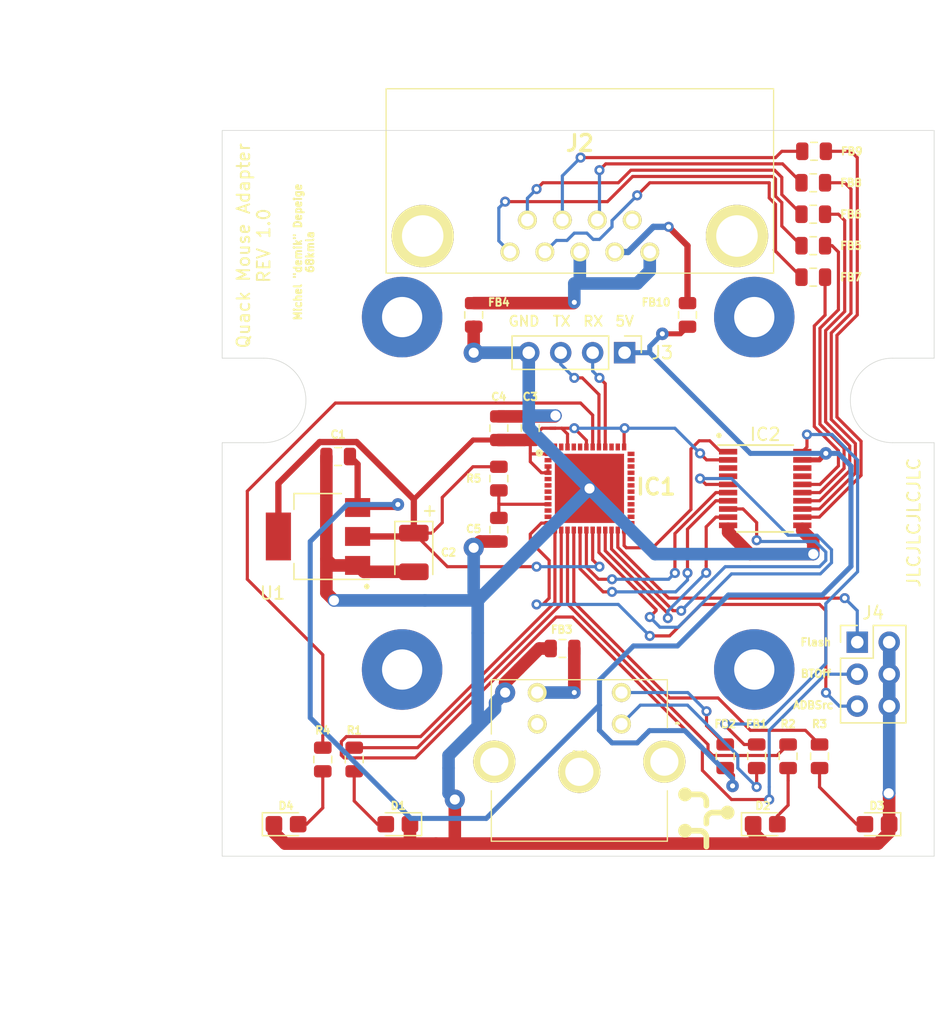
<source format=kicad_pcb>
(kicad_pcb (version 20171130) (host pcbnew "(5.1.5-0-10_14)")

  (general
    (thickness 1.6)
    (drawings 27)
    (tracks 501)
    (zones 0)
    (modules 36)
    (nets 40)
  )

  (page A4)
  (title_block
    (title "Quack Mouse Adapter")
    (date 2020-09-14)
    (rev 1.0)
    (company Lostwave)
    (comment 1 https://68kmla.org)
    (comment 2 https://github.com/demik/quack/tree/master/EDA)
  )

  (layers
    (0 F.Cu signal)
    (31 B.Cu signal)
    (33 F.Adhes user)
    (35 F.Paste user)
    (37 F.SilkS user)
    (38 B.Mask user)
    (39 F.Mask user)
    (40 Dwgs.User user)
    (41 Cmts.User user)
    (42 Eco1.User user)
    (43 Eco2.User user)
    (44 Edge.Cuts user)
    (45 Margin user)
    (46 B.CrtYd user)
    (47 F.CrtYd user)
    (49 F.Fab user)
  )

  (setup
    (last_trace_width 0.25)
    (trace_clearance 0.2)
    (zone_clearance 0.508)
    (zone_45_only no)
    (trace_min 0.2)
    (via_size 0.8)
    (via_drill 0.4)
    (via_min_size 0.4)
    (via_min_drill 0.3)
    (uvia_size 0.3)
    (uvia_drill 0.1)
    (uvias_allowed no)
    (uvia_min_size 0.2)
    (uvia_min_drill 0.1)
    (edge_width 0.05)
    (segment_width 0.2)
    (pcb_text_width 0.3)
    (pcb_text_size 1.5 1.5)
    (mod_edge_width 0.12)
    (mod_text_size 1 1)
    (mod_text_width 0.15)
    (pad_size 6.4 6.4)
    (pad_drill 3.2)
    (pad_to_mask_clearance 0.051)
    (solder_mask_min_width 0.25)
    (aux_axis_origin 0 0)
    (visible_elements FFFFFF7F)
    (pcbplotparams
      (layerselection 0x010fc_ffffffff)
      (usegerberextensions false)
      (usegerberattributes false)
      (usegerberadvancedattributes false)
      (creategerberjobfile false)
      (excludeedgelayer true)
      (linewidth 0.100000)
      (plotframeref false)
      (viasonmask false)
      (mode 1)
      (useauxorigin false)
      (hpglpennumber 1)
      (hpglpenspeed 20)
      (hpglpendiameter 15.000000)
      (psnegative false)
      (psa4output false)
      (plotreference true)
      (plotvalue true)
      (plotinvisibletext false)
      (padsonsilk false)
      (subtractmaskfromsilk false)
      (outputformat 1)
      (mirror false)
      (drillshape 1)
      (scaleselection 1)
      (outputdirectory ""))
  )

  (net 0 "")
  (net 1 GND)
  (net 2 +5V)
  (net 3 +3V3)
  (net 4 "Net-(D1-Pad2)")
  (net 5 "Net-(D2-Pad2)")
  (net 6 "Net-(D3-Pad2)")
  (net 7 "Net-(D4-Pad2)")
  (net 8 "Net-(IC1-Pad14)")
  (net 9 "Net-(IC1-Pad15)")
  (net 10 "Net-(IC1-Pad16)")
  (net 11 "Net-(IC1-Pad42)")
  (net 12 U0RXD)
  (net 13 U0TXD)
  (net 14 /quack_connectors/QY2_5V)
  (net 15 /quack_connectors/CLICK_5V)
  (net 16 /quack_connectors/QY1_5V)
  (net 17 /quack_connectors/QX1_5V)
  (net 18 /quack_connectors/QX2_5V)
  (net 19 FLASH)
  (net 20 QY1_3V)
  (net 21 QX1_3V)
  (net 22 QX2_3V)
  (net 23 QY2_3V)
  (net 24 CLICK_3V)
  (net 25 ADB)
  (net 26 "Net-(C5-Pad1)")
  (net 27 ADBSRC)
  (net 28 BTOFF)
  (net 29 "Net-(FB1-Pad1)")
  (net 30 "Net-(FB1-Pad2)")
  (net 31 "Net-(FB2-Pad2)")
  (net 32 "Net-(FB3-Pad2)")
  (net 33 "Net-(FB4-Pad2)")
  (net 34 "Net-(FB5-Pad1)")
  (net 35 "Net-(FB6-Pad1)")
  (net 36 "Net-(FB7-Pad1)")
  (net 37 "Net-(FB8-Pad1)")
  (net 38 "Net-(FB9-Pad1)")
  (net 39 "Net-(FB10-Pad1)")

  (net_class Default "Ceci est la Netclass par défaut."
    (clearance 0.2)
    (trace_width 0.25)
    (via_dia 0.8)
    (via_drill 0.4)
    (uvia_dia 0.3)
    (uvia_drill 0.1)
    (add_net +3V3)
    (add_net /quack_connectors/CLICK_5V)
    (add_net /quack_connectors/QX1_5V)
    (add_net /quack_connectors/QX2_5V)
    (add_net /quack_connectors/QY1_5V)
    (add_net /quack_connectors/QY2_5V)
    (add_net ADB)
    (add_net ADBSRC)
    (add_net BTOFF)
    (add_net CLICK_3V)
    (add_net FLASH)
    (add_net "Net-(C5-Pad1)")
    (add_net "Net-(D1-Pad2)")
    (add_net "Net-(D2-Pad2)")
    (add_net "Net-(D3-Pad2)")
    (add_net "Net-(D4-Pad2)")
    (add_net "Net-(FB1-Pad1)")
    (add_net "Net-(FB1-Pad2)")
    (add_net "Net-(FB10-Pad1)")
    (add_net "Net-(FB2-Pad2)")
    (add_net "Net-(FB3-Pad2)")
    (add_net "Net-(FB4-Pad2)")
    (add_net "Net-(FB5-Pad1)")
    (add_net "Net-(FB6-Pad1)")
    (add_net "Net-(FB7-Pad1)")
    (add_net "Net-(FB8-Pad1)")
    (add_net "Net-(FB9-Pad1)")
    (add_net "Net-(IC1-Pad14)")
    (add_net "Net-(IC1-Pad15)")
    (add_net "Net-(IC1-Pad16)")
    (add_net "Net-(IC1-Pad42)")
    (add_net QX1_3V)
    (add_net QX2_3V)
    (add_net QY1_3V)
    (add_net QY2_3V)
    (add_net U0RXD)
    (add_net U0TXD)
  )

  (net_class +V ""
    (clearance 0.2)
    (trace_width 0.4)
    (via_dia 0.8)
    (via_drill 0.4)
    (uvia_dia 0.3)
    (uvia_drill 0.1)
    (add_net +5V)
  )

  (net_class GND ""
    (clearance 0.2)
    (trace_width 1)
    (via_dia 1.6)
    (via_drill 0.8)
    (uvia_dia 0.3)
    (uvia_drill 0.1)
    (add_net GND)
  )

  (module ADB_logo_5mm:ADB_logo_5mm (layer F.Cu) (tedit 0) (tstamp 5F60B12E)
    (at 165.5 124)
    (fp_text reference G*** (at 0 0) (layer F.SilkS) hide
      (effects (font (size 1.524 1.524) (thickness 0.3)))
    )
    (fp_text value LOGO (at 0.75 0) (layer F.SilkS) hide
      (effects (font (size 1.524 1.524) (thickness 0.3)))
    )
    (fp_poly (pts (xy -1.669591 -2.453296) (xy -1.634726 -2.451804) (xy -1.603773 -2.4489) (xy -1.583267 -2.445512)
      (xy -1.517065 -2.427224) (xy -1.454393 -2.401396) (xy -1.394888 -2.367843) (xy -1.338182 -2.326381)
      (xy -1.326019 -2.316157) (xy -1.300067 -2.291127) (xy -1.273057 -2.260324) (xy -1.246686 -2.225977)
      (xy -1.222655 -2.190317) (xy -1.202664 -2.155575) (xy -1.200626 -2.151592) (xy -1.189424 -2.129367)
      (xy -0.855797 -2.129367) (xy -0.785136 -2.12933) (xy -0.722305 -2.129187) (xy -0.666667 -2.128893)
      (xy -0.617586 -2.128399) (xy -0.574425 -2.127659) (xy -0.536548 -2.126627) (xy -0.503317 -2.125256)
      (xy -0.474097 -2.123498) (xy -0.448251 -2.121307) (xy -0.425143 -2.118636) (xy -0.404135 -2.115439)
      (xy -0.384591 -2.111668) (xy -0.365875 -2.107277) (xy -0.34735 -2.102219) (xy -0.328379 -2.096447)
      (xy -0.308327 -2.089914) (xy -0.305247 -2.088886) (xy -0.230642 -2.059591) (xy -0.1605 -2.023337)
      (xy -0.095166 -1.980564) (xy -0.034989 -1.931714) (xy 0.019682 -1.877227) (xy 0.0685 -1.817544)
      (xy 0.111117 -1.753107) (xy 0.147186 -1.684355) (xy 0.176357 -1.61173) (xy 0.198283 -1.535673)
      (xy 0.212616 -1.456625) (xy 0.215735 -1.42875) (xy 0.216685 -1.41433) (xy 0.21756 -1.392629)
      (xy 0.21834 -1.364831) (xy 0.219 -1.332122) (xy 0.21952 -1.295686) (xy 0.219875 -1.256708)
      (xy 0.220045 -1.216374) (xy 0.220056 -1.20015) (xy 0.219979 -1.152894) (xy 0.219771 -1.113307)
      (xy 0.219409 -1.080589) (xy 0.218868 -1.053944) (xy 0.218125 -1.032574) (xy 0.217156 -1.01568)
      (xy 0.215938 -1.002465) (xy 0.214446 -0.992131) (xy 0.213737 -0.988484) (xy 0.201165 -0.948073)
      (xy 0.181889 -0.911896) (xy 0.156783 -0.880505) (xy 0.126719 -0.854455) (xy 0.092569 -0.834301)
      (xy 0.055208 -0.820596) (xy 0.015506 -0.813895) (xy -0.025662 -0.814752) (xy -0.052349 -0.819516)
      (xy -0.087549 -0.831921) (xy -0.121262 -0.851089) (xy -0.151723 -0.875622) (xy -0.177162 -0.904121)
      (xy -0.194162 -0.931715) (xy -0.199856 -0.943718) (xy -0.204649 -0.955154) (xy -0.208618 -0.966861)
      (xy -0.211841 -0.979676) (xy -0.214397 -0.994437) (xy -0.216363 -1.011982) (xy -0.217817 -1.033147)
      (xy -0.218838 -1.058772) (xy -0.219502 -1.089693) (xy -0.219889 -1.126748) (xy -0.220076 -1.170775)
      (xy -0.220133 -1.210733) (xy -0.22021 -1.260046) (xy -0.220407 -1.30176) (xy -0.220802 -1.336745)
      (xy -0.221471 -1.36587) (xy -0.22249 -1.390003) (xy -0.223934 -1.410013) (xy -0.225881 -1.426769)
      (xy -0.228406 -1.44114) (xy -0.231585 -1.453994) (xy -0.235494 -1.4662) (xy -0.24021 -1.478626)
      (xy -0.244524 -1.489093) (xy -0.268466 -1.535389) (xy -0.299149 -1.576828) (xy -0.336088 -1.612962)
      (xy -0.378797 -1.643344) (xy -0.42679 -1.667528) (xy -0.446617 -1.675107) (xy -0.480483 -1.686984)
      (xy -0.836084 -1.687889) (xy -1.191683 -1.688795) (xy -1.2065 -1.658377) (xy -1.220636 -1.632607)
      (xy -1.238837 -1.604133) (xy -1.258982 -1.576032) (xy -1.278945 -1.551377) (xy -1.285096 -1.544559)
      (xy -1.335916 -1.495596) (xy -1.389838 -1.454423) (xy -1.447282 -1.420798) (xy -1.508668 -1.39448)
      (xy -1.574417 -1.375227) (xy -1.583267 -1.373239) (xy -1.609706 -1.369046) (xy -1.641974 -1.366327)
      (xy -1.677561 -1.365084) (xy -1.713959 -1.36532) (xy -1.748657 -1.367038) (xy -1.779148 -1.37024)
      (xy -1.794934 -1.372993) (xy -1.861527 -1.390941) (xy -1.923035 -1.415447) (xy -1.980129 -1.446865)
      (xy -2.033485 -1.485546) (xy -2.06749 -1.515715) (xy -2.114142 -1.565938) (xy -2.153416 -1.620229)
      (xy -2.185177 -1.678266) (xy -2.209286 -1.73973) (xy -2.225609 -1.8043) (xy -2.234008 -1.871655)
      (xy -2.2352 -1.909234) (xy -2.231351 -1.978061) (xy -2.219769 -2.043486) (xy -2.200401 -2.105635)
      (xy -2.173193 -2.164635) (xy -2.138094 -2.220612) (xy -2.09505 -2.273695) (xy -2.074735 -2.295011)
      (xy -2.024168 -2.340374) (xy -1.970365 -2.378067) (xy -1.912727 -2.408418) (xy -1.850651 -2.431754)
      (xy -1.799167 -2.44521) (xy -1.773157 -2.449333) (xy -1.741257 -2.452057) (xy -1.705918 -2.45338)
      (xy -1.669591 -2.453296)) (layer F.SilkS) (width 0.01))
    (fp_poly (pts (xy 1.728693 -1.013101) (xy 1.762554 -1.010795) (xy 1.793324 -1.00645) (xy 1.823646 -0.999674)
      (xy 1.856161 -0.990073) (xy 1.862667 -0.987943) (xy 1.92358 -0.963357) (xy 1.981059 -0.931412)
      (xy 2.03442 -0.892754) (xy 2.082982 -0.848032) (xy 2.126064 -0.797891) (xy 2.162984 -0.742978)
      (xy 2.193059 -0.683942) (xy 2.199605 -0.668169) (xy 2.215744 -0.618564) (xy 2.227231 -0.564153)
      (xy 2.23382 -0.50736) (xy 2.235262 -0.45061) (xy 2.231311 -0.396327) (xy 2.22899 -0.380608)
      (xy 2.21382 -0.315039) (xy 2.190954 -0.252443) (xy 2.160825 -0.193416) (xy 2.123861 -0.13855)
      (xy 2.080495 -0.088441) (xy 2.031156 -0.043682) (xy 1.976275 -0.004869) (xy 1.942925 0.014237)
      (xy 1.895768 0.036731) (xy 1.849695 0.053445) (xy 1.802581 0.064885) (xy 1.752305 0.071553)
      (xy 1.696742 0.073954) (xy 1.691217 0.073979) (xy 1.640067 0.072605) (xy 1.594603 0.067963)
      (xy 1.552497 0.059509) (xy 1.511418 0.046699) (xy 1.469036 0.028992) (xy 1.442285 0.015928)
      (xy 1.384251 -0.018385) (xy 1.331016 -0.059456) (xy 1.283156 -0.106703) (xy 1.241251 -0.159542)
      (xy 1.205876 -0.217393) (xy 1.200556 -0.227681) (xy 1.189283 -0.250044) (xy 0.837 -0.248674)
      (xy 0.773741 -0.248417) (xy 0.718376 -0.248162) (xy 0.670332 -0.247895) (xy 0.629037 -0.247603)
      (xy 0.593917 -0.247271) (xy 0.5644 -0.246887) (xy 0.539914 -0.246438) (xy 0.519885 -0.245908)
      (xy 0.503741 -0.245286) (xy 0.490909 -0.244557) (xy 0.480816 -0.243708) (xy 0.47289 -0.242725)
      (xy 0.466558 -0.241595) (xy 0.461247 -0.240304) (xy 0.459317 -0.239751) (xy 0.410967 -0.221213)
      (xy 0.366143 -0.195748) (xy 0.325798 -0.164152) (xy 0.290886 -0.127225) (xy 0.26236 -0.085765)
      (xy 0.251974 -0.06608) (xy 0.245765 -0.053095) (xy 0.240505 -0.041519) (xy 0.236106 -0.030533)
      (xy 0.232482 -0.019318) (xy 0.229543 -0.007058) (xy 0.227204 0.007065) (xy 0.225376 0.023871)
      (xy 0.223971 0.044176) (xy 0.222903 0.068799) (xy 0.222083 0.098558) (xy 0.221423 0.134271)
      (xy 0.220837 0.176755) (xy 0.220237 0.226828) (xy 0.220191 0.230717) (xy 0.219609 0.279147)
      (xy 0.219075 0.31989) (xy 0.21855 0.353722) (xy 0.217997 0.381421) (xy 0.217378 0.403766)
      (xy 0.216654 0.421534) (xy 0.215788 0.435504) (xy 0.214742 0.446452) (xy 0.213477 0.455158)
      (xy 0.211956 0.462398) (xy 0.21014 0.468951) (xy 0.208269 0.474768) (xy 0.191205 0.513262)
      (xy 0.167657 0.54723) (xy 0.138569 0.575999) (xy 0.104884 0.598894) (xy 0.067548 0.615242)
      (xy 0.027504 0.624369) (xy -0.003753 0.626069) (xy -0.021412 0.625081) (xy -0.039192 0.623102)
      (xy -0.046328 0.621917) (xy -0.067476 0.615676) (xy -0.091698 0.605295) (xy -0.115838 0.592372)
      (xy -0.136742 0.578503) (xy -0.144312 0.572326) (xy -0.170329 0.544253) (xy -0.192466 0.510404)
      (xy -0.206611 0.479972) (xy -0.217835 0.45085) (xy -0.219289 0.256117) (xy -0.219606 0.200773)
      (xy -0.21964 0.152954) (xy -0.219344 0.111718) (xy -0.218672 0.076126) (xy -0.217578 0.045238)
      (xy -0.216014 0.018115) (xy -0.213936 -0.006185) (xy -0.211296 -0.028599) (xy -0.208048 -0.050069)
      (xy -0.204146 -0.071534) (xy -0.2028 -0.078317) (xy -0.183372 -0.153596) (xy -0.156338 -0.225874)
      (xy -0.122175 -0.294676) (xy -0.081359 -0.359527) (xy -0.034364 -0.419953) (xy 0.018333 -0.47548)
      (xy 0.076257 -0.525633) (xy 0.138931 -0.569937) (xy 0.205881 -0.607918) (xy 0.276631 -0.639102)
      (xy 0.350705 -0.663014) (xy 0.393404 -0.67304) (xy 0.408704 -0.675987) (xy 0.424272 -0.678577)
      (xy 0.440739 -0.680834) (xy 0.458732 -0.682779) (xy 0.47888 -0.684437) (xy 0.501813 -0.68583)
      (xy 0.528159 -0.68698) (xy 0.558547 -0.687911) (xy 0.593605 -0.688646) (xy 0.633963 -0.689207)
      (xy 0.680249 -0.689618) (xy 0.733092 -0.689901) (xy 0.793121 -0.69008) (xy 0.860965 -0.690177)
      (xy 0.8636 -0.690179) (xy 1.191683 -0.690459) (xy 1.203772 -0.715959) (xy 1.233035 -0.768165)
      (xy 1.269573 -0.817419) (xy 1.312472 -0.862921) (xy 1.36082 -0.90387) (xy 1.413702 -0.939466)
      (xy 1.470204 -0.968909) (xy 1.5113 -0.985386) (xy 1.544501 -0.996268) (xy 1.574776 -1.004123)
      (xy 1.604716 -1.009366) (xy 1.636911 -1.012409) (xy 1.673952 -1.013666) (xy 1.6891 -1.013761)
      (xy 1.728693 -1.013101)) (layer F.SilkS) (width 0.01))
    (fp_poly (pts (xy -1.624432 0.43541) (xy -1.56091 0.446329) (xy -1.500226 0.464856) (xy -1.441451 0.491268)
      (xy -1.386543 0.523918) (xy -1.340713 0.558717) (xy -1.297105 0.600151) (xy -1.257314 0.646415)
      (xy -1.222936 0.695701) (xy -1.202002 0.732891) (xy -1.189682 0.757297) (xy -0.822383 0.758973)
      (xy -0.756673 0.75927) (xy -0.698803 0.759547) (xy -0.648147 0.759838) (xy -0.604077 0.760179)
      (xy -0.565968 0.760605) (xy -0.533192 0.761151) (xy -0.505124 0.761852) (xy -0.481136 0.762742)
      (xy -0.460602 0.763858) (xy -0.442895 0.765234) (xy -0.427389 0.766904) (xy -0.413458 0.768905)
      (xy -0.400474 0.771271) (xy -0.387812 0.774037) (xy -0.374844 0.777238) (xy -0.360944 0.780909)
      (xy -0.345485 0.785086) (xy -0.3429 0.785783) (xy -0.269131 0.809967) (xy -0.198761 0.841602)
      (xy -0.132254 0.880199) (xy -0.070075 0.925267) (xy -0.01269 0.976317) (xy 0.039437 1.032857)
      (xy 0.085843 1.094399) (xy 0.126061 1.160451) (xy 0.159627 1.230524) (xy 0.186077 1.304127)
      (xy 0.200424 1.3589) (xy 0.203737 1.374291) (xy 0.20667 1.389266) (xy 0.209245 1.404411)
      (xy 0.211481 1.42031) (xy 0.213399 1.43755) (xy 0.21502 1.456715) (xy 0.216364 1.478389)
      (xy 0.217452 1.503159) (xy 0.218305 1.53161) (xy 0.218943 1.564325) (xy 0.219387 1.601891)
      (xy 0.219657 1.644893) (xy 0.219775 1.693915) (xy 0.21976 1.749544) (xy 0.219633 1.812363)
      (xy 0.219415 1.882958) (xy 0.219368 1.896533) (xy 0.218017 2.27965) (xy 0.20701 2.307923)
      (xy 0.186977 2.348937) (xy 0.161327 2.383728) (xy 0.130268 2.412103) (xy 0.094012 2.433872)
      (xy 0.052769 2.448843) (xy 0.052056 2.449029) (xy 0.024566 2.453642) (xy -0.006259 2.454751)
      (xy -0.036278 2.452365) (xy -0.053871 2.448818) (xy -0.0946 2.433641) (xy -0.130771 2.411481)
      (xy -0.161912 2.38277) (xy -0.187553 2.34794) (xy -0.206701 2.308772) (xy -0.218014 2.27965)
      (xy -0.220193 1.869017) (xy -0.222372 1.458383) (xy -0.232318 1.42875) (xy -0.253528 1.377496)
      (xy -0.280747 1.332202) (xy -0.313971 1.292875) (xy -0.353195 1.25952) (xy -0.398414 1.232143)
      (xy -0.41131 1.225933) (xy -0.422341 1.220863) (xy -0.432285 1.216416) (xy -0.44175 1.212547)
      (xy -0.451344 1.209213) (xy -0.461674 1.206372) (xy -0.473347 1.203979) (xy -0.486971 1.201991)
      (xy -0.503153 1.200365) (xy -0.522501 1.199058) (xy -0.545622 1.198025) (xy -0.573124 1.197224)
      (xy -0.605614 1.196611) (xy -0.6437 1.196142) (xy -0.687989 1.195775) (xy -0.739089 1.195466)
      (xy -0.797607 1.195172) (xy -0.845064 1.194943) (xy -1.188477 1.193266) (xy -1.203971 1.223763)
      (xy -1.23746 1.280588) (xy -1.27769 1.333053) (xy -1.32386 1.38043) (xy -1.375169 1.421991)
      (xy -1.430818 1.457009) (xy -1.490005 1.484755) (xy -1.491597 1.485378) (xy -1.538111 1.501571)
      (xy -1.582351 1.512616) (xy -1.627472 1.519099) (xy -1.676629 1.521605) (xy -1.686984 1.521681)
      (xy -1.726463 1.52099) (xy -1.760415 1.518549) (xy -1.791673 1.51395) (xy -1.823068 1.506787)
      (xy -1.8542 1.49768) (xy -1.915305 1.474037) (xy -1.973369 1.442948) (xy -2.027567 1.405118)
      (xy -2.077068 1.361254) (xy -2.121046 1.312061) (xy -2.158673 1.258246) (xy -2.179931 1.219926)
      (xy -2.19226 1.192159) (xy -2.204467 1.159177) (xy -2.215516 1.124182) (xy -2.22437 1.090377)
      (xy -2.228657 1.06942) (xy -2.232494 1.038635) (xy -2.234552 1.002619) (xy -2.234825 0.964424)
      (xy -2.233309 0.927096) (xy -2.23 0.893686) (xy -2.22892 0.886472) (xy -2.215437 0.827246)
      (xy -2.194584 0.768143) (xy -2.167238 0.711206) (xy -2.134274 0.658475) (xy -2.126399 0.6477)
      (xy -2.108899 0.626607) (xy -2.08654 0.602863) (xy -2.061492 0.578535) (xy -2.035926 0.555689)
      (xy -2.012011 0.536392) (xy -2.001772 0.529008) (xy -1.942859 0.493286) (xy -1.882265 0.465816)
      (xy -1.819645 0.446491) (xy -1.754652 0.4352) (xy -1.691721 0.431817) (xy -1.624432 0.43541)) (layer F.SilkS) (width 0.01))
  )

  (module MountingHole:MountingHole_3.2mm_M3_Pad (layer F.Cu) (tedit 56D1B4CB) (tstamp 5F5EB674)
    (at 169.31 84.17)
    (descr "Mounting Hole 3.2mm, M3")
    (tags "mounting hole 3.2mm m3")
    (attr virtual)
    (fp_text reference REF** (at 0 -4.2) (layer F.SilkS) hide
      (effects (font (size 1 1) (thickness 0.15)))
    )
    (fp_text value MountingHole_3.2mm_M3_Pad (at 0 4.2) (layer F.Fab) hide
      (effects (font (size 1 1) (thickness 0.15)))
    )
    (fp_circle (center 0 0) (end 3.45 0) (layer F.CrtYd) (width 0.05))
    (fp_circle (center 0 0) (end 3.2 0) (layer Cmts.User) (width 0.15))
    (fp_text user %R (at 0.3 0) (layer F.Fab)
      (effects (font (size 1 1) (thickness 0.15)))
    )
    (pad 1 thru_hole circle (at 0 0) (size 6.4 6.4) (drill 3.2) (layers *.Cu *.Mask))
  )

  (module MountingHole:MountingHole_3.2mm_M3_Pad (layer F.Cu) (tedit 56D1B4CB) (tstamp 5F5EB620)
    (at 141.31 84.17)
    (descr "Mounting Hole 3.2mm, M3")
    (tags "mounting hole 3.2mm m3")
    (attr virtual)
    (fp_text reference REF** (at 0 -4.2) (layer F.SilkS) hide
      (effects (font (size 1 1) (thickness 0.15)))
    )
    (fp_text value MountingHole_3.2mm_M3_Pad (at 0 4.2) (layer F.Fab) hide
      (effects (font (size 1 1) (thickness 0.15)))
    )
    (fp_circle (center 0 0) (end 3.45 0) (layer F.CrtYd) (width 0.05))
    (fp_circle (center 0 0) (end 3.2 0) (layer Cmts.User) (width 0.15))
    (fp_text user %R (at 0.3 0) (layer F.Fab)
      (effects (font (size 1 1) (thickness 0.15)))
    )
    (pad 1 thru_hole circle (at 0 0) (size 6.4 6.4) (drill 3.2) (layers *.Cu *.Mask))
  )

  (module MountingHole:MountingHole_3.2mm_M3_Pad (layer F.Cu) (tedit 56D1B4CB) (tstamp 5F5EB58C)
    (at 169.31 112.17)
    (descr "Mounting Hole 3.2mm, M3")
    (tags "mounting hole 3.2mm m3")
    (attr virtual)
    (fp_text reference REF** (at 0 -4.2) (layer F.SilkS) hide
      (effects (font (size 1 1) (thickness 0.15)))
    )
    (fp_text value MountingHole_3.2mm_M3_Pad (at 0 4.2) (layer F.Fab) hide
      (effects (font (size 1 1) (thickness 0.15)))
    )
    (fp_circle (center 0 0) (end 3.45 0) (layer F.CrtYd) (width 0.05))
    (fp_circle (center 0 0) (end 3.2 0) (layer Cmts.User) (width 0.15))
    (fp_text user %R (at 0.3 0) (layer F.Fab)
      (effects (font (size 1 1) (thickness 0.15)))
    )
    (pad 1 thru_hole circle (at 0 0) (size 6.4 6.4) (drill 3.2) (layers *.Cu *.Mask))
  )

  (module MountingHole:MountingHole_3.2mm_M3_Pad (layer F.Cu) (tedit 56D1B4CB) (tstamp 5F5EB4F6)
    (at 141.31 112.17)
    (descr "Mounting Hole 3.2mm, M3")
    (tags "mounting hole 3.2mm m3")
    (attr virtual)
    (fp_text reference REF** (at 0 -4.2) (layer F.SilkS) hide
      (effects (font (size 1 1) (thickness 0.15)))
    )
    (fp_text value MountingHole_3.2mm_M3_Pad (at 0 4.2) (layer F.Fab) hide
      (effects (font (size 1 1) (thickness 0.15)))
    )
    (fp_circle (center 0 0) (end 3.45 0) (layer F.CrtYd) (width 0.05))
    (fp_circle (center 0 0) (end 3.2 0) (layer Cmts.User) (width 0.15))
    (fp_text user %R (at 0.3 0) (layer F.Fab)
      (effects (font (size 1 1) (thickness 0.15)))
    )
    (pad 1 thru_hole circle (at 0 0) (size 6.4 6.4) (drill 3.2) (layers *.Cu *.Mask))
  )

  (module ESP32-PICO-D4:ESP32-PICO-D4_1 (layer F.Cu) (tedit 5F5E529E) (tstamp 5F5EBCE9)
    (at 156.21 97.79)
    (descr ESP32-PICO-D4_1)
    (tags "Integrated Circuit")
    (path /5F5E5479)
    (attr smd)
    (fp_text reference IC1 (at 5.29 -0.132) (layer F.SilkS)
      (effects (font (size 1.27 1.27) (thickness 0.254)))
    )
    (fp_text value ESP32-PICO-D4 (at -0.341 -0.132) (layer F.SilkS) hide
      (effects (font (size 1.27 1.27) (thickness 0.254)))
    )
    (fp_circle (center -3.991 -2.825) (end -4.02812 -2.825) (layer F.SilkS) (width 0.254))
    (fp_line (start -3.5 3.5) (end -3.5 -3.5) (layer Dwgs.User) (width 0.2))
    (fp_line (start 3.5 3.5) (end -3.5 3.5) (layer Dwgs.User) (width 0.2))
    (fp_line (start 3.5 -3.5) (end 3.5 3.5) (layer Dwgs.User) (width 0.2))
    (fp_line (start -3.5 -3.5) (end 3.5 -3.5) (layer Dwgs.User) (width 0.2))
    (pad 49 smd rect (at -0.006 -0.013 90) (size 5.5 5.5) (layers F.Cu F.Paste F.Mask)
      (net 1 GND))
    (pad 48 smd rect (at -2.75 -3.3) (size 0.35 0.55) (layers F.Cu F.Paste F.Mask))
    (pad 47 smd rect (at -2.25 -3.3) (size 0.35 0.55) (layers F.Cu F.Paste F.Mask))
    (pad 46 smd rect (at -1.75 -3.3) (size 0.35 0.55) (layers F.Cu F.Paste F.Mask)
      (net 3 +3V3))
    (pad 45 smd rect (at -1.25 -3.3) (size 0.35 0.55) (layers F.Cu F.Paste F.Mask))
    (pad 44 smd rect (at -0.75 -3.3) (size 0.35 0.55) (layers F.Cu F.Paste F.Mask))
    (pad 43 smd rect (at -0.25 -3.3) (size 0.35 0.55) (layers F.Cu F.Paste F.Mask)
      (net 3 +3V3))
    (pad 42 smd rect (at 0.25 -3.3) (size 0.35 0.55) (layers F.Cu F.Paste F.Mask)
      (net 11 "Net-(IC1-Pad42)"))
    (pad 41 smd rect (at 0.75 -3.3) (size 0.35 0.55) (layers F.Cu F.Paste F.Mask)
      (net 13 U0TXD))
    (pad 40 smd rect (at 1.25 -3.3) (size 0.35 0.55) (layers F.Cu F.Paste F.Mask)
      (net 12 U0RXD))
    (pad 39 smd rect (at 1.75 -3.3) (size 0.35 0.55) (layers F.Cu F.Paste F.Mask))
    (pad 38 smd rect (at 2.25 -3.3) (size 0.35 0.55) (layers F.Cu F.Paste F.Mask))
    (pad 37 smd rect (at 2.75 -3.3) (size 0.35 0.55) (layers F.Cu F.Paste F.Mask)
      (net 3 +3V3))
    (pad 36 smd rect (at 3.3 -2.75 90) (size 0.35 0.55) (layers F.Cu F.Paste F.Mask))
    (pad 35 smd rect (at 3.3 -2.25 90) (size 0.35 0.55) (layers F.Cu F.Paste F.Mask))
    (pad 34 smd rect (at 3.3 -1.75 90) (size 0.35 0.55) (layers F.Cu F.Paste F.Mask))
    (pad 33 smd rect (at 3.3 -1.25 90) (size 0.35 0.55) (layers F.Cu F.Paste F.Mask))
    (pad 32 smd rect (at 3.3 -0.75 90) (size 0.35 0.55) (layers F.Cu F.Paste F.Mask))
    (pad 31 smd rect (at 3.3 -0.25 90) (size 0.35 0.55) (layers F.Cu F.Paste F.Mask))
    (pad 30 smd rect (at 3.3 0.25 90) (size 0.35 0.55) (layers F.Cu F.Paste F.Mask))
    (pad 29 smd rect (at 3.3 0.75 90) (size 0.35 0.55) (layers F.Cu F.Paste F.Mask))
    (pad 28 smd rect (at 3.3 1.25 90) (size 0.35 0.55) (layers F.Cu F.Paste F.Mask))
    (pad 27 smd rect (at 3.3 1.75 90) (size 0.35 0.55) (layers F.Cu F.Paste F.Mask))
    (pad 26 smd rect (at 3.3 2.25 90) (size 0.35 0.55) (layers F.Cu F.Paste F.Mask))
    (pad 25 smd rect (at 3.3 2.75 90) (size 0.35 0.55) (layers F.Cu F.Paste F.Mask))
    (pad 24 smd rect (at 2.75 3.3) (size 0.35 0.55) (layers F.Cu F.Paste F.Mask)
      (net 25 ADB))
    (pad 23 smd rect (at 2.25 3.3) (size 0.35 0.55) (layers F.Cu F.Paste F.Mask)
      (net 19 FLASH))
    (pad 22 smd rect (at 1.75 3.3) (size 0.35 0.55) (layers F.Cu F.Paste F.Mask)
      (net 24 CLICK_3V))
    (pad 21 smd rect (at 1.25 3.3) (size 0.35 0.55) (layers F.Cu F.Paste F.Mask)
      (net 23 QY2_3V))
    (pad 20 smd rect (at 0.75 3.3) (size 0.35 0.55) (layers F.Cu F.Paste F.Mask)
      (net 22 QX2_3V))
    (pad 19 smd rect (at 0.25 3.3) (size 0.35 0.55) (layers F.Cu F.Paste F.Mask)
      (net 3 +3V3))
    (pad 18 smd rect (at -0.25 3.3) (size 0.35 0.55) (layers F.Cu F.Paste F.Mask)
      (net 21 QX1_3V))
    (pad 17 smd rect (at -0.75 3.3) (size 0.35 0.55) (layers F.Cu F.Paste F.Mask)
      (net 20 QY1_3V))
    (pad 16 smd rect (at -1.25 3.3) (size 0.35 0.55) (layers F.Cu F.Paste F.Mask)
      (net 10 "Net-(IC1-Pad16)"))
    (pad 15 smd rect (at -1.75 3.3) (size 0.35 0.55) (layers F.Cu F.Paste F.Mask)
      (net 9 "Net-(IC1-Pad15)"))
    (pad 14 smd rect (at -2.25 3.3) (size 0.35 0.55) (layers F.Cu F.Paste F.Mask)
      (net 8 "Net-(IC1-Pad14)"))
    (pad 13 smd rect (at -2.75 3.3) (size 0.35 0.55) (layers F.Cu F.Paste F.Mask)
      (net 28 BTOFF))
    (pad 12 smd rect (at -3.3 2.75 90) (size 0.35 0.55) (layers F.Cu F.Paste F.Mask)
      (net 27 ADBSRC))
    (pad 11 smd rect (at -3.3 2.25 90) (size 0.35 0.55) (layers F.Cu F.Paste F.Mask))
    (pad 10 smd rect (at -3.3 1.75 90) (size 0.35 0.55) (layers F.Cu F.Paste F.Mask))
    (pad 9 smd rect (at -3.3 1.25 90) (size 0.35 0.55) (layers F.Cu F.Paste F.Mask)
      (net 26 "Net-(C5-Pad1)"))
    (pad 8 smd rect (at -3.3 0.75 90) (size 0.35 0.55) (layers F.Cu F.Paste F.Mask))
    (pad 7 smd rect (at -3.3 0.25 90) (size 0.35 0.55) (layers F.Cu F.Paste F.Mask))
    (pad 6 smd rect (at -3.3 -0.25 90) (size 0.35 0.55) (layers F.Cu F.Paste F.Mask))
    (pad 5 smd rect (at -3.3 -0.75 90) (size 0.35 0.55) (layers F.Cu F.Paste F.Mask))
    (pad 4 smd rect (at -3.3 -1.25 90) (size 0.35 0.55) (layers F.Cu F.Paste F.Mask)
      (net 3 +3V3))
    (pad 3 smd rect (at -3.3 -1.75 90) (size 0.35 0.55) (layers F.Cu F.Paste F.Mask)
      (net 3 +3V3))
    (pad 2 smd rect (at -3.3 -2.25 90) (size 0.35 0.55) (layers F.Cu F.Paste F.Mask))
    (pad 1 smd rect (at -3.3 -2.75 90) (size 0.35 0.55) (layers F.Cu F.Paste F.Mask)
      (net 3 +3V3))
  )

  (module Package_SO:TSSOP-20_4.4x6.5mm_P0.65mm (layer F.Cu) (tedit 5A02F25C) (tstamp 5F5EBD0D)
    (at 170.18 97.79)
    (descr "20-Lead Plastic Thin Shrink Small Outline (ST)-4.4 mm Body [TSSOP] (see Microchip Packaging Specification 00000049BS.pdf)")
    (tags "SSOP 0.65")
    (path /5F5EA845/5F5EC2ED)
    (attr smd)
    (fp_text reference IC2 (at 0 -4.3) (layer F.SilkS)
      (effects (font (size 1 1) (thickness 0.15)))
    )
    (fp_text value TXB0108PWR (at 0 4.3) (layer F.Fab)
      (effects (font (size 1 1) (thickness 0.15)))
    )
    (fp_text user %R (at 0 0) (layer F.Fab)
      (effects (font (size 0.8 0.8) (thickness 0.15)))
    )
    (fp_line (start -3.75 -3.45) (end 2.225 -3.45) (layer F.SilkS) (width 0.15))
    (fp_line (start -2.225 3.45) (end 2.225 3.45) (layer F.SilkS) (width 0.15))
    (fp_line (start -3.95 3.55) (end 3.95 3.55) (layer F.CrtYd) (width 0.05))
    (fp_line (start -3.95 -3.55) (end 3.95 -3.55) (layer F.CrtYd) (width 0.05))
    (fp_line (start 3.95 -3.55) (end 3.95 3.55) (layer F.CrtYd) (width 0.05))
    (fp_line (start -3.95 -3.55) (end -3.95 3.55) (layer F.CrtYd) (width 0.05))
    (fp_line (start -2.2 -2.25) (end -1.2 -3.25) (layer F.Fab) (width 0.15))
    (fp_line (start -2.2 3.25) (end -2.2 -2.25) (layer F.Fab) (width 0.15))
    (fp_line (start 2.2 3.25) (end -2.2 3.25) (layer F.Fab) (width 0.15))
    (fp_line (start 2.2 -3.25) (end 2.2 3.25) (layer F.Fab) (width 0.15))
    (fp_line (start -1.2 -3.25) (end 2.2 -3.25) (layer F.Fab) (width 0.15))
    (pad 20 smd rect (at 2.95 -2.925) (size 1.45 0.45) (layers F.Cu F.Paste F.Mask)
      (net 30 "Net-(FB1-Pad2)"))
    (pad 19 smd rect (at 2.95 -2.275) (size 1.45 0.45) (layers F.Cu F.Paste F.Mask)
      (net 2 +5V))
    (pad 18 smd rect (at 2.95 -1.625) (size 1.45 0.45) (layers F.Cu F.Paste F.Mask))
    (pad 17 smd rect (at 2.95 -0.975) (size 1.45 0.45) (layers F.Cu F.Paste F.Mask))
    (pad 16 smd rect (at 2.95 -0.325) (size 1.45 0.45) (layers F.Cu F.Paste F.Mask)
      (net 18 /quack_connectors/QX2_5V))
    (pad 15 smd rect (at 2.95 0.325) (size 1.45 0.45) (layers F.Cu F.Paste F.Mask)
      (net 17 /quack_connectors/QX1_5V))
    (pad 14 smd rect (at 2.95 0.975) (size 1.45 0.45) (layers F.Cu F.Paste F.Mask)
      (net 16 /quack_connectors/QY1_5V))
    (pad 13 smd rect (at 2.95 1.625) (size 1.45 0.45) (layers F.Cu F.Paste F.Mask)
      (net 15 /quack_connectors/CLICK_5V))
    (pad 12 smd rect (at 2.95 2.275) (size 1.45 0.45) (layers F.Cu F.Paste F.Mask)
      (net 14 /quack_connectors/QY2_5V))
    (pad 11 smd rect (at 2.95 2.925) (size 1.45 0.45) (layers F.Cu F.Paste F.Mask)
      (net 1 GND))
    (pad 10 smd rect (at -2.95 2.925) (size 1.45 0.45) (layers F.Cu F.Paste F.Mask)
      (net 1 GND))
    (pad 9 smd rect (at -2.95 2.275) (size 1.45 0.45) (layers F.Cu F.Paste F.Mask)
      (net 23 QY2_3V))
    (pad 8 smd rect (at -2.95 1.625) (size 1.45 0.45) (layers F.Cu F.Paste F.Mask)
      (net 24 CLICK_3V))
    (pad 7 smd rect (at -2.95 0.975) (size 1.45 0.45) (layers F.Cu F.Paste F.Mask)
      (net 20 QY1_3V))
    (pad 6 smd rect (at -2.95 0.325) (size 1.45 0.45) (layers F.Cu F.Paste F.Mask)
      (net 21 QX1_3V))
    (pad 5 smd rect (at -2.95 -0.325) (size 1.45 0.45) (layers F.Cu F.Paste F.Mask)
      (net 22 QX2_3V))
    (pad 4 smd rect (at -2.95 -0.975) (size 1.45 0.45) (layers F.Cu F.Paste F.Mask))
    (pad 3 smd rect (at -2.95 -1.625) (size 1.45 0.45) (layers F.Cu F.Paste F.Mask))
    (pad 2 smd rect (at -2.95 -2.275) (size 1.45 0.45) (layers F.Cu F.Paste F.Mask)
      (net 3 +3V3))
    (pad 1 smd rect (at -2.95 -2.925) (size 1.45 0.45) (layers F.Cu F.Paste F.Mask)
      (net 25 ADB))
    (model ${KISYS3DMOD}/Package_SO.3dshapes/TSSOP-20_4.4x6.5mm_P0.65mm.wrl
      (at (xyz 0 0 0))
      (scale (xyz 1 1 1))
      (rotate (xyz 0 0 0))
    )
  )

  (module Quack_MDIN4:57491811 (layer F.Cu) (tedit 5F5E633E) (tstamp 5F5EBD2A)
    (at 158.75 116.5)
    (descr 5749181-1-2)
    (tags Connector)
    (path /5F5EA845/5F5EB6CA)
    (fp_text reference J1 (at -3.35 2.895) (layer F.SilkS)
      (effects (font (size 1.27 1.27) (thickness 0.254)))
    )
    (fp_text value DIN-4 (at -3.35 2.895) (layer F.SilkS) hide
      (effects (font (size 1.27 1.27) (thickness 0.254)))
    )
    (fp_arc (start 4.45 0) (end 4.6 0) (angle -180) (layer F.SilkS) (width 0.1))
    (fp_arc (start 4.45 0) (end 4.5 0) (angle -180) (layer F.SilkS) (width 0.1))
    (fp_line (start 4.6 0) (end 4.6 0) (layer F.SilkS) (width 0.1))
    (fp_line (start 4.5 0) (end 4.5 0) (layer F.SilkS) (width 0.1))
    (fp_line (start 3.65 -3.52) (end 3.65 0.3) (layer F.SilkS) (width 0.1))
    (fp_line (start -10.35 -3.52) (end 3.65 -3.52) (layer F.SilkS) (width 0.1))
    (fp_line (start -10.35 0.8) (end -10.35 -3.52) (layer F.SilkS) (width 0.1))
    (fp_line (start 3.65 9.31) (end 3.65 5.3) (layer F.SilkS) (width 0.1))
    (fp_line (start -10.35 9.31) (end 3.65 9.31) (layer F.SilkS) (width 0.1))
    (fp_line (start -10.35 5.3) (end -10.35 9.31) (layer F.SilkS) (width 0.1))
    (fp_line (start -12.788 -4.52) (end -12.788 10.31) (layer Dwgs.User) (width 0.1))
    (fp_line (start 6.088 -4.52) (end -12.788 -4.52) (layer Dwgs.User) (width 0.1))
    (fp_line (start 6.088 10.31) (end 6.088 -4.52) (layer Dwgs.User) (width 0.1))
    (fp_line (start -12.788 10.31) (end 6.088 10.31) (layer Dwgs.User) (width 0.1))
    (fp_line (start -10.35 -3.52) (end -10.35 9.31) (layer Dwgs.User) (width 0.2))
    (fp_line (start 3.65 -3.52) (end -10.35 -3.52) (layer Dwgs.User) (width 0.2))
    (fp_line (start 3.65 9.31) (end 3.65 -3.52) (layer Dwgs.User) (width 0.2))
    (fp_line (start -10.35 9.31) (end 3.65 9.31) (layer Dwgs.User) (width 0.2))
    (pad MH3 thru_hole circle (at 3.41 2.99 90) (size 3.356 3.356) (drill 2.237) (layers *.Cu *.Mask F.SilkS))
    (pad MH2 thru_hole circle (at -10.11 2.99 90) (size 3.356 3.356) (drill 2.237) (layers *.Cu *.Mask F.SilkS))
    (pad MH1 thru_hole circle (at -3.35 3.8 90) (size 3.356 3.356) (drill 2.237) (layers *.Cu *.Mask F.SilkS))
    (pad 4 thru_hole circle (at -6.7 -2.5 90) (size 1.509 1.509) (drill 0.97) (layers *.Cu *.Mask F.SilkS)
      (net 32 "Net-(FB3-Pad2)"))
    (pad 3 thru_hole circle (at 0 -2.5 90) (size 1.509 1.509) (drill 0.97) (layers *.Cu *.Mask F.SilkS)
      (net 31 "Net-(FB2-Pad2)"))
    (pad 2 thru_hole circle (at -6.7 0 90) (size 1.509 1.509) (drill 0.97) (layers *.Cu *.Mask F.SilkS))
    (pad 1 thru_hole circle (at 0 0 90) (size 1.509 1.509) (drill 0.97) (layers *.Cu *.Mask F.SilkS)
      (net 29 "Net-(FB1-Pad1)"))
  )

  (module Capacitor_SMD:C_0805_2012Metric (layer F.Cu) (tedit 5B36C52B) (tstamp 5F5EC470)
    (at 136.2225 95.25 180)
    (descr "Capacitor SMD 0805 (2012 Metric), square (rectangular) end terminal, IPC_7351 nominal, (Body size source: https://docs.google.com/spreadsheets/d/1BsfQQcO9C6DZCsRaXUlFlo91Tg2WpOkGARC1WS5S8t0/edit?usp=sharing), generated with kicad-footprint-generator")
    (tags capacitor)
    (path /5F60FDC9)
    (attr smd)
    (fp_text reference C1 (at 0 1.75) (layer F.SilkS)
      (effects (font (size 0.6 0.6) (thickness 0.15)))
    )
    (fp_text value 10uF (at 0 1.65) (layer F.Fab)
      (effects (font (size 1 1) (thickness 0.15)))
    )
    (fp_text user %R (at 0 0) (layer F.Fab)
      (effects (font (size 0.5 0.5) (thickness 0.08)))
    )
    (fp_line (start 1.68 0.95) (end -1.68 0.95) (layer F.CrtYd) (width 0.05))
    (fp_line (start 1.68 -0.95) (end 1.68 0.95) (layer F.CrtYd) (width 0.05))
    (fp_line (start -1.68 -0.95) (end 1.68 -0.95) (layer F.CrtYd) (width 0.05))
    (fp_line (start -1.68 0.95) (end -1.68 -0.95) (layer F.CrtYd) (width 0.05))
    (fp_line (start -0.258578 0.71) (end 0.258578 0.71) (layer F.SilkS) (width 0.12))
    (fp_line (start -0.258578 -0.71) (end 0.258578 -0.71) (layer F.SilkS) (width 0.12))
    (fp_line (start 1 0.6) (end -1 0.6) (layer F.Fab) (width 0.1))
    (fp_line (start 1 -0.6) (end 1 0.6) (layer F.Fab) (width 0.1))
    (fp_line (start -1 -0.6) (end 1 -0.6) (layer F.Fab) (width 0.1))
    (fp_line (start -1 0.6) (end -1 -0.6) (layer F.Fab) (width 0.1))
    (pad 2 smd roundrect (at 0.9375 0 180) (size 0.975 1.4) (layers F.Cu F.Paste F.Mask) (roundrect_rratio 0.25)
      (net 1 GND))
    (pad 1 smd roundrect (at -0.9375 0 180) (size 0.975 1.4) (layers F.Cu F.Paste F.Mask) (roundrect_rratio 0.25)
      (net 2 +5V))
    (model ${KISYS3DMOD}/Capacitor_SMD.3dshapes/C_0805_2012Metric.wrl
      (at (xyz 0 0 0))
      (scale (xyz 1 1 1))
      (rotate (xyz 0 0 0))
    )
  )

  (module Capacitor_Tantalum_SMD:CP_EIA-3528-12_Kemet-T (layer F.Cu) (tedit 5B342532) (tstamp 5F5EC5E8)
    (at 142.24 102.87 270)
    (descr "Tantalum Capacitor SMD Kemet-T (3528-12 Metric), IPC_7351 nominal, (Body size from: http://www.kemet.com/Lists/ProductCatalog/Attachments/253/KEM_TC101_STD.pdf), generated with kicad-footprint-generator")
    (tags "capacitor tantalum")
    (path /5F6139D7)
    (attr smd)
    (fp_text reference C2 (at 0 -2.76 180) (layer F.SilkS)
      (effects (font (size 0.6 0.6) (thickness 0.15)))
    )
    (fp_text value 100uF (at 0 2.35 90) (layer F.Fab)
      (effects (font (size 1 1) (thickness 0.15)))
    )
    (fp_text user %R (at 0 0 90) (layer F.Fab)
      (effects (font (size 0.88 0.88) (thickness 0.13)))
    )
    (fp_line (start 2.45 1.65) (end -2.45 1.65) (layer F.CrtYd) (width 0.05))
    (fp_line (start 2.45 -1.65) (end 2.45 1.65) (layer F.CrtYd) (width 0.05))
    (fp_line (start -2.45 -1.65) (end 2.45 -1.65) (layer F.CrtYd) (width 0.05))
    (fp_line (start -2.45 1.65) (end -2.45 -1.65) (layer F.CrtYd) (width 0.05))
    (fp_line (start -2.46 1.51) (end 1.75 1.51) (layer F.SilkS) (width 0.12))
    (fp_line (start -2.46 -1.51) (end -2.46 1.51) (layer F.SilkS) (width 0.12))
    (fp_line (start 1.75 -1.51) (end -2.46 -1.51) (layer F.SilkS) (width 0.12))
    (fp_line (start 1.75 1.4) (end 1.75 -1.4) (layer F.Fab) (width 0.1))
    (fp_line (start -1.75 1.4) (end 1.75 1.4) (layer F.Fab) (width 0.1))
    (fp_line (start -1.75 -0.7) (end -1.75 1.4) (layer F.Fab) (width 0.1))
    (fp_line (start -1.05 -1.4) (end -1.75 -0.7) (layer F.Fab) (width 0.1))
    (fp_line (start 1.75 -1.4) (end -1.05 -1.4) (layer F.Fab) (width 0.1))
    (pad 2 smd roundrect (at 1.5375 0 270) (size 1.325 2.35) (layers F.Cu F.Paste F.Mask) (roundrect_rratio 0.188679)
      (net 1 GND))
    (pad 1 smd roundrect (at -1.5375 0 270) (size 1.325 2.35) (layers F.Cu F.Paste F.Mask) (roundrect_rratio 0.188679)
      (net 3 +3V3))
    (model ${KISYS3DMOD}/Capacitor_Tantalum_SMD.3dshapes/CP_EIA-3528-12_Kemet-T.wrl
      (at (xyz 0 0 0))
      (scale (xyz 1 1 1))
      (rotate (xyz 0 0 0))
    )
  )

  (module Package_TO_SOT_SMD:SOT-223-3_TabPin2 (layer F.Cu) (tedit 5A02FF57) (tstamp 5F5EC4DB)
    (at 134.62 101.6 180)
    (descr "module CMS SOT223 4 pins")
    (tags "CMS SOT")
    (path /5F607118)
    (attr smd)
    (fp_text reference U1 (at 3.62 -4.5) (layer F.SilkS)
      (effects (font (size 1 1) (thickness 0.15)))
    )
    (fp_text value AMS1117-3.3 (at 0 4.5) (layer F.Fab)
      (effects (font (size 1 1) (thickness 0.15)))
    )
    (fp_line (start 1.85 -3.35) (end 1.85 3.35) (layer F.Fab) (width 0.1))
    (fp_line (start -1.85 3.35) (end 1.85 3.35) (layer F.Fab) (width 0.1))
    (fp_line (start -4.1 -3.41) (end 1.91 -3.41) (layer F.SilkS) (width 0.12))
    (fp_line (start -0.85 -3.35) (end 1.85 -3.35) (layer F.Fab) (width 0.1))
    (fp_line (start -1.85 3.41) (end 1.91 3.41) (layer F.SilkS) (width 0.12))
    (fp_line (start -1.85 -2.35) (end -1.85 3.35) (layer F.Fab) (width 0.1))
    (fp_line (start -1.85 -2.35) (end -0.85 -3.35) (layer F.Fab) (width 0.1))
    (fp_line (start -4.4 -3.6) (end -4.4 3.6) (layer F.CrtYd) (width 0.05))
    (fp_line (start -4.4 3.6) (end 4.4 3.6) (layer F.CrtYd) (width 0.05))
    (fp_line (start 4.4 3.6) (end 4.4 -3.6) (layer F.CrtYd) (width 0.05))
    (fp_line (start 4.4 -3.6) (end -4.4 -3.6) (layer F.CrtYd) (width 0.05))
    (fp_line (start 1.91 -3.41) (end 1.91 -2.15) (layer F.SilkS) (width 0.12))
    (fp_line (start 1.91 3.41) (end 1.91 2.15) (layer F.SilkS) (width 0.12))
    (fp_text user %R (at 0 0 90) (layer F.Fab)
      (effects (font (size 0.8 0.8) (thickness 0.12)))
    )
    (pad 1 smd rect (at -3.15 -2.3 180) (size 2 1.5) (layers F.Cu F.Paste F.Mask)
      (net 1 GND))
    (pad 3 smd rect (at -3.15 2.3 180) (size 2 1.5) (layers F.Cu F.Paste F.Mask)
      (net 2 +5V))
    (pad 2 smd rect (at -3.15 0 180) (size 2 1.5) (layers F.Cu F.Paste F.Mask)
      (net 3 +3V3))
    (pad 2 smd rect (at 3.15 0 180) (size 2 3.8) (layers F.Cu F.Paste F.Mask)
      (net 3 +3V3))
    (model ${KISYS3DMOD}/Package_TO_SOT_SMD.3dshapes/SOT-223.wrl
      (at (xyz 0 0 0))
      (scale (xyz 1 1 1))
      (rotate (xyz 0 0 0))
    )
  )

  (module LED_SMD:LED_0805_2012Metric_Castellated (layer F.Cu) (tedit 5B36C52C) (tstamp 5F5ECBCF)
    (at 140.97 124.46 180)
    (descr "LED SMD 0805 (2012 Metric), castellated end terminal, IPC_7351 nominal, (Body size source: https://docs.google.com/spreadsheets/d/1BsfQQcO9C6DZCsRaXUlFlo91Tg2WpOkGARC1WS5S8t0/edit?usp=sharing), generated with kicad-footprint-generator")
    (tags "LED castellated")
    (path /5F6256F8)
    (attr smd)
    (fp_text reference D1 (at -0.03 1.46) (layer F.SilkS)
      (effects (font (size 0.6 0.6) (thickness 0.15)))
    )
    (fp_text value "BLUE LED" (at 0 -3.04) (layer F.Fab)
      (effects (font (size 1 1) (thickness 0.15)))
    )
    (fp_text user %R (at 0 0) (layer F.Fab)
      (effects (font (size 0.5 0.5) (thickness 0.08)))
    )
    (fp_line (start 1.88 0.9) (end -1.88 0.9) (layer F.CrtYd) (width 0.05))
    (fp_line (start 1.88 -0.9) (end 1.88 0.9) (layer F.CrtYd) (width 0.05))
    (fp_line (start -1.88 -0.9) (end 1.88 -0.9) (layer F.CrtYd) (width 0.05))
    (fp_line (start -1.88 0.9) (end -1.88 -0.9) (layer F.CrtYd) (width 0.05))
    (fp_line (start -1.885 0.91) (end 1 0.91) (layer F.SilkS) (width 0.12))
    (fp_line (start -1.885 -0.91) (end -1.885 0.91) (layer F.SilkS) (width 0.12))
    (fp_line (start 1 -0.91) (end -1.885 -0.91) (layer F.SilkS) (width 0.12))
    (fp_line (start 1 0.6) (end 1 -0.6) (layer F.Fab) (width 0.1))
    (fp_line (start -1 0.6) (end 1 0.6) (layer F.Fab) (width 0.1))
    (fp_line (start -1 -0.3) (end -1 0.6) (layer F.Fab) (width 0.1))
    (fp_line (start -0.7 -0.6) (end -1 -0.3) (layer F.Fab) (width 0.1))
    (fp_line (start 1 -0.6) (end -0.7 -0.6) (layer F.Fab) (width 0.1))
    (pad 2 smd roundrect (at 0.9625 0 180) (size 1.325 1.3) (layers F.Cu F.Paste F.Mask) (roundrect_rratio 0.192308)
      (net 4 "Net-(D1-Pad2)"))
    (pad 1 smd roundrect (at -0.9625 0 180) (size 1.325 1.3) (layers F.Cu F.Paste F.Mask) (roundrect_rratio 0.192308)
      (net 1 GND))
    (model ${KISYS3DMOD}/LED_SMD.3dshapes/LED_0805_2012Metric_Castellated.wrl
      (at (xyz 0 0 0))
      (scale (xyz 1 1 1))
      (rotate (xyz 0 0 0))
    )
  )

  (module LED_SMD:LED_0805_2012Metric_Castellated (layer F.Cu) (tedit 5B36C52C) (tstamp 5F5ECBE2)
    (at 170.18 124.46)
    (descr "LED SMD 0805 (2012 Metric), castellated end terminal, IPC_7351 nominal, (Body size source: https://docs.google.com/spreadsheets/d/1BsfQQcO9C6DZCsRaXUlFlo91Tg2WpOkGARC1WS5S8t0/edit?usp=sharing), generated with kicad-footprint-generator")
    (tags "LED castellated")
    (path /5F626D09)
    (attr smd)
    (fp_text reference D2 (at -0.18 -1.46) (layer F.SilkS)
      (effects (font (size 0.6 0.6) (thickness 0.15)))
    )
    (fp_text value "YELLOW LED" (at 0 3.04) (layer F.Fab)
      (effects (font (size 1 1) (thickness 0.15)))
    )
    (fp_text user %R (at 0 0) (layer F.Fab)
      (effects (font (size 0.5 0.5) (thickness 0.08)))
    )
    (fp_line (start 1.88 0.9) (end -1.88 0.9) (layer F.CrtYd) (width 0.05))
    (fp_line (start 1.88 -0.9) (end 1.88 0.9) (layer F.CrtYd) (width 0.05))
    (fp_line (start -1.88 -0.9) (end 1.88 -0.9) (layer F.CrtYd) (width 0.05))
    (fp_line (start -1.88 0.9) (end -1.88 -0.9) (layer F.CrtYd) (width 0.05))
    (fp_line (start -1.885 0.91) (end 1 0.91) (layer F.SilkS) (width 0.12))
    (fp_line (start -1.885 -0.91) (end -1.885 0.91) (layer F.SilkS) (width 0.12))
    (fp_line (start 1 -0.91) (end -1.885 -0.91) (layer F.SilkS) (width 0.12))
    (fp_line (start 1 0.6) (end 1 -0.6) (layer F.Fab) (width 0.1))
    (fp_line (start -1 0.6) (end 1 0.6) (layer F.Fab) (width 0.1))
    (fp_line (start -1 -0.3) (end -1 0.6) (layer F.Fab) (width 0.1))
    (fp_line (start -0.7 -0.6) (end -1 -0.3) (layer F.Fab) (width 0.1))
    (fp_line (start 1 -0.6) (end -0.7 -0.6) (layer F.Fab) (width 0.1))
    (pad 2 smd roundrect (at 0.9625 0) (size 1.325 1.3) (layers F.Cu F.Paste F.Mask) (roundrect_rratio 0.192308)
      (net 5 "Net-(D2-Pad2)"))
    (pad 1 smd roundrect (at -0.9625 0) (size 1.325 1.3) (layers F.Cu F.Paste F.Mask) (roundrect_rratio 0.192308)
      (net 1 GND))
    (model ${KISYS3DMOD}/LED_SMD.3dshapes/LED_0805_2012Metric_Castellated.wrl
      (at (xyz 0 0 0))
      (scale (xyz 1 1 1))
      (rotate (xyz 0 0 0))
    )
  )

  (module LED_SMD:LED_0805_2012Metric_Castellated (layer F.Cu) (tedit 5B36C52C) (tstamp 5F5ECBF5)
    (at 179.07 124.46 180)
    (descr "LED SMD 0805 (2012 Metric), castellated end terminal, IPC_7351 nominal, (Body size source: https://docs.google.com/spreadsheets/d/1BsfQQcO9C6DZCsRaXUlFlo91Tg2WpOkGARC1WS5S8t0/edit?usp=sharing), generated with kicad-footprint-generator")
    (tags "LED castellated")
    (path /5F62988B)
    (attr smd)
    (fp_text reference D3 (at 0 1.46) (layer F.SilkS)
      (effects (font (size 0.6 0.6) (thickness 0.15)))
    )
    (fp_text value "RED LED" (at 0 -3.04) (layer F.Fab)
      (effects (font (size 1 1) (thickness 0.15)))
    )
    (fp_text user %R (at 0 0) (layer F.Fab)
      (effects (font (size 0.5 0.5) (thickness 0.08)))
    )
    (fp_line (start 1.88 0.9) (end -1.88 0.9) (layer F.CrtYd) (width 0.05))
    (fp_line (start 1.88 -0.9) (end 1.88 0.9) (layer F.CrtYd) (width 0.05))
    (fp_line (start -1.88 -0.9) (end 1.88 -0.9) (layer F.CrtYd) (width 0.05))
    (fp_line (start -1.88 0.9) (end -1.88 -0.9) (layer F.CrtYd) (width 0.05))
    (fp_line (start -1.885 0.91) (end 1 0.91) (layer F.SilkS) (width 0.12))
    (fp_line (start -1.885 -0.91) (end -1.885 0.91) (layer F.SilkS) (width 0.12))
    (fp_line (start 1 -0.91) (end -1.885 -0.91) (layer F.SilkS) (width 0.12))
    (fp_line (start 1 0.6) (end 1 -0.6) (layer F.Fab) (width 0.1))
    (fp_line (start -1 0.6) (end 1 0.6) (layer F.Fab) (width 0.1))
    (fp_line (start -1 -0.3) (end -1 0.6) (layer F.Fab) (width 0.1))
    (fp_line (start -0.7 -0.6) (end -1 -0.3) (layer F.Fab) (width 0.1))
    (fp_line (start 1 -0.6) (end -0.7 -0.6) (layer F.Fab) (width 0.1))
    (pad 2 smd roundrect (at 0.9625 0 180) (size 1.325 1.3) (layers F.Cu F.Paste F.Mask) (roundrect_rratio 0.192308)
      (net 6 "Net-(D3-Pad2)"))
    (pad 1 smd roundrect (at -0.9625 0 180) (size 1.325 1.3) (layers F.Cu F.Paste F.Mask) (roundrect_rratio 0.192308)
      (net 1 GND))
    (model ${KISYS3DMOD}/LED_SMD.3dshapes/LED_0805_2012Metric_Castellated.wrl
      (at (xyz 0 0 0))
      (scale (xyz 1 1 1))
      (rotate (xyz 0 0 0))
    )
  )

  (module LED_SMD:LED_0805_2012Metric_Castellated (layer F.Cu) (tedit 5B36C52C) (tstamp 5F5ECC08)
    (at 132.08 124.46)
    (descr "LED SMD 0805 (2012 Metric), castellated end terminal, IPC_7351 nominal, (Body size source: https://docs.google.com/spreadsheets/d/1BsfQQcO9C6DZCsRaXUlFlo91Tg2WpOkGARC1WS5S8t0/edit?usp=sharing), generated with kicad-footprint-generator")
    (tags "LED castellated")
    (path /5F621DE4)
    (attr smd)
    (fp_text reference D4 (at 0 -1.46) (layer F.SilkS)
      (effects (font (size 0.6 0.6) (thickness 0.15)))
    )
    (fp_text value "GREEN LED" (at 0 3.04) (layer F.Fab)
      (effects (font (size 1 1) (thickness 0.15)))
    )
    (fp_text user %R (at 0 0) (layer F.Fab)
      (effects (font (size 0.5 0.5) (thickness 0.08)))
    )
    (fp_line (start 1.88 0.9) (end -1.88 0.9) (layer F.CrtYd) (width 0.05))
    (fp_line (start 1.88 -0.9) (end 1.88 0.9) (layer F.CrtYd) (width 0.05))
    (fp_line (start -1.88 -0.9) (end 1.88 -0.9) (layer F.CrtYd) (width 0.05))
    (fp_line (start -1.88 0.9) (end -1.88 -0.9) (layer F.CrtYd) (width 0.05))
    (fp_line (start -1.885 0.91) (end 1 0.91) (layer F.SilkS) (width 0.12))
    (fp_line (start -1.885 -0.91) (end -1.885 0.91) (layer F.SilkS) (width 0.12))
    (fp_line (start 1 -0.91) (end -1.885 -0.91) (layer F.SilkS) (width 0.12))
    (fp_line (start 1 0.6) (end 1 -0.6) (layer F.Fab) (width 0.1))
    (fp_line (start -1 0.6) (end 1 0.6) (layer F.Fab) (width 0.1))
    (fp_line (start -1 -0.3) (end -1 0.6) (layer F.Fab) (width 0.1))
    (fp_line (start -0.7 -0.6) (end -1 -0.3) (layer F.Fab) (width 0.1))
    (fp_line (start 1 -0.6) (end -0.7 -0.6) (layer F.Fab) (width 0.1))
    (pad 2 smd roundrect (at 0.9625 0) (size 1.325 1.3) (layers F.Cu F.Paste F.Mask) (roundrect_rratio 0.192308)
      (net 7 "Net-(D4-Pad2)"))
    (pad 1 smd roundrect (at -0.9625 0) (size 1.325 1.3) (layers F.Cu F.Paste F.Mask) (roundrect_rratio 0.192308)
      (net 1 GND))
    (model ${KISYS3DMOD}/LED_SMD.3dshapes/LED_0805_2012Metric_Castellated.wrl
      (at (xyz 0 0 0))
      (scale (xyz 1 1 1))
      (rotate (xyz 0 0 0))
    )
  )

  (module Resistor_SMD:R_0805_2012Metric (layer F.Cu) (tedit 5B36C52B) (tstamp 5F5ECC19)
    (at 137.5 119.3175 270)
    (descr "Resistor SMD 0805 (2012 Metric), square (rectangular) end terminal, IPC_7351 nominal, (Body size source: https://docs.google.com/spreadsheets/d/1BsfQQcO9C6DZCsRaXUlFlo91Tg2WpOkGARC1WS5S8t0/edit?usp=sharing), generated with kicad-footprint-generator")
    (tags resistor)
    (path /5F62B2A2)
    (attr smd)
    (fp_text reference R1 (at -2.3175 0 180) (layer F.SilkS)
      (effects (font (size 0.6 0.6) (thickness 0.15)))
    )
    (fp_text value 33 (at 0 1.65 90) (layer F.Fab)
      (effects (font (size 1 1) (thickness 0.15)))
    )
    (fp_text user %R (at 0 0 90) (layer F.Fab)
      (effects (font (size 0.5 0.5) (thickness 0.08)))
    )
    (fp_line (start 1.68 0.95) (end -1.68 0.95) (layer F.CrtYd) (width 0.05))
    (fp_line (start 1.68 -0.95) (end 1.68 0.95) (layer F.CrtYd) (width 0.05))
    (fp_line (start -1.68 -0.95) (end 1.68 -0.95) (layer F.CrtYd) (width 0.05))
    (fp_line (start -1.68 0.95) (end -1.68 -0.95) (layer F.CrtYd) (width 0.05))
    (fp_line (start -0.258578 0.71) (end 0.258578 0.71) (layer F.SilkS) (width 0.12))
    (fp_line (start -0.258578 -0.71) (end 0.258578 -0.71) (layer F.SilkS) (width 0.12))
    (fp_line (start 1 0.6) (end -1 0.6) (layer F.Fab) (width 0.1))
    (fp_line (start 1 -0.6) (end 1 0.6) (layer F.Fab) (width 0.1))
    (fp_line (start -1 -0.6) (end 1 -0.6) (layer F.Fab) (width 0.1))
    (fp_line (start -1 0.6) (end -1 -0.6) (layer F.Fab) (width 0.1))
    (pad 2 smd roundrect (at 0.9375 0 270) (size 0.975 1.4) (layers F.Cu F.Paste F.Mask) (roundrect_rratio 0.25)
      (net 4 "Net-(D1-Pad2)"))
    (pad 1 smd roundrect (at -0.9375 0 270) (size 0.975 1.4) (layers F.Cu F.Paste F.Mask) (roundrect_rratio 0.25)
      (net 8 "Net-(IC1-Pad14)"))
    (model ${KISYS3DMOD}/Resistor_SMD.3dshapes/R_0805_2012Metric.wrl
      (at (xyz 0 0 0))
      (scale (xyz 1 1 1))
      (rotate (xyz 0 0 0))
    )
  )

  (module Resistor_SMD:R_0805_2012Metric (layer F.Cu) (tedit 5B36C52B) (tstamp 5F5ECC2A)
    (at 172 119.0625 270)
    (descr "Resistor SMD 0805 (2012 Metric), square (rectangular) end terminal, IPC_7351 nominal, (Body size source: https://docs.google.com/spreadsheets/d/1BsfQQcO9C6DZCsRaXUlFlo91Tg2WpOkGARC1WS5S8t0/edit?usp=sharing), generated with kicad-footprint-generator")
    (tags resistor)
    (path /5F62BD09)
    (attr smd)
    (fp_text reference R2 (at -2.5625 0 180) (layer F.SilkS)
      (effects (font (size 0.6 0.6) (thickness 0.15)))
    )
    (fp_text value 120 (at 0 1.65 90) (layer F.Fab) hide
      (effects (font (size 1 1) (thickness 0.15)))
    )
    (fp_text user %R (at 0 0 90) (layer F.Fab)
      (effects (font (size 0.5 0.5) (thickness 0.08)))
    )
    (fp_line (start 1.68 0.95) (end -1.68 0.95) (layer F.CrtYd) (width 0.05))
    (fp_line (start 1.68 -0.95) (end 1.68 0.95) (layer F.CrtYd) (width 0.05))
    (fp_line (start -1.68 -0.95) (end 1.68 -0.95) (layer F.CrtYd) (width 0.05))
    (fp_line (start -1.68 0.95) (end -1.68 -0.95) (layer F.CrtYd) (width 0.05))
    (fp_line (start -0.258578 0.71) (end 0.258578 0.71) (layer F.SilkS) (width 0.12))
    (fp_line (start -0.258578 -0.71) (end 0.258578 -0.71) (layer F.SilkS) (width 0.12))
    (fp_line (start 1 0.6) (end -1 0.6) (layer F.Fab) (width 0.1))
    (fp_line (start 1 -0.6) (end 1 0.6) (layer F.Fab) (width 0.1))
    (fp_line (start -1 -0.6) (end 1 -0.6) (layer F.Fab) (width 0.1))
    (fp_line (start -1 0.6) (end -1 -0.6) (layer F.Fab) (width 0.1))
    (pad 2 smd roundrect (at 0.9375 0 270) (size 0.975 1.4) (layers F.Cu F.Paste F.Mask) (roundrect_rratio 0.25)
      (net 5 "Net-(D2-Pad2)"))
    (pad 1 smd roundrect (at -0.9375 0 270) (size 0.975 1.4) (layers F.Cu F.Paste F.Mask) (roundrect_rratio 0.25)
      (net 9 "Net-(IC1-Pad15)"))
    (model ${KISYS3DMOD}/Resistor_SMD.3dshapes/R_0805_2012Metric.wrl
      (at (xyz 0 0 0))
      (scale (xyz 1 1 1))
      (rotate (xyz 0 0 0))
    )
  )

  (module Resistor_SMD:R_0805_2012Metric (layer F.Cu) (tedit 5B36C52B) (tstamp 5F5ECC3B)
    (at 174.5 119.0625 270)
    (descr "Resistor SMD 0805 (2012 Metric), square (rectangular) end terminal, IPC_7351 nominal, (Body size source: https://docs.google.com/spreadsheets/d/1BsfQQcO9C6DZCsRaXUlFlo91Tg2WpOkGARC1WS5S8t0/edit?usp=sharing), generated with kicad-footprint-generator")
    (tags resistor)
    (path /5F62CA4D)
    (attr smd)
    (fp_text reference R3 (at -2.5625 0 180) (layer F.SilkS)
      (effects (font (size 0.6 0.6) (thickness 0.15)))
    )
    (fp_text value 120 (at 0 1.65 90) (layer F.Fab) hide
      (effects (font (size 1 1) (thickness 0.15)))
    )
    (fp_text user %R (at 0 0 90) (layer F.Fab)
      (effects (font (size 0.5 0.5) (thickness 0.08)))
    )
    (fp_line (start 1.68 0.95) (end -1.68 0.95) (layer F.CrtYd) (width 0.05))
    (fp_line (start 1.68 -0.95) (end 1.68 0.95) (layer F.CrtYd) (width 0.05))
    (fp_line (start -1.68 -0.95) (end 1.68 -0.95) (layer F.CrtYd) (width 0.05))
    (fp_line (start -1.68 0.95) (end -1.68 -0.95) (layer F.CrtYd) (width 0.05))
    (fp_line (start -0.258578 0.71) (end 0.258578 0.71) (layer F.SilkS) (width 0.12))
    (fp_line (start -0.258578 -0.71) (end 0.258578 -0.71) (layer F.SilkS) (width 0.12))
    (fp_line (start 1 0.6) (end -1 0.6) (layer F.Fab) (width 0.1))
    (fp_line (start 1 -0.6) (end 1 0.6) (layer F.Fab) (width 0.1))
    (fp_line (start -1 -0.6) (end 1 -0.6) (layer F.Fab) (width 0.1))
    (fp_line (start -1 0.6) (end -1 -0.6) (layer F.Fab) (width 0.1))
    (pad 2 smd roundrect (at 0.9375 0 270) (size 0.975 1.4) (layers F.Cu F.Paste F.Mask) (roundrect_rratio 0.25)
      (net 6 "Net-(D3-Pad2)"))
    (pad 1 smd roundrect (at -0.9375 0 270) (size 0.975 1.4) (layers F.Cu F.Paste F.Mask) (roundrect_rratio 0.25)
      (net 10 "Net-(IC1-Pad16)"))
    (model ${KISYS3DMOD}/Resistor_SMD.3dshapes/R_0805_2012Metric.wrl
      (at (xyz 0 0 0))
      (scale (xyz 1 1 1))
      (rotate (xyz 0 0 0))
    )
  )

  (module Resistor_SMD:R_0805_2012Metric (layer F.Cu) (tedit 5B36C52B) (tstamp 5F5ECC4C)
    (at 135 119.3175 90)
    (descr "Resistor SMD 0805 (2012 Metric), square (rectangular) end terminal, IPC_7351 nominal, (Body size source: https://docs.google.com/spreadsheets/d/1BsfQQcO9C6DZCsRaXUlFlo91Tg2WpOkGARC1WS5S8t0/edit?usp=sharing), generated with kicad-footprint-generator")
    (tags resistor)
    (path /5F63A510)
    (attr smd)
    (fp_text reference R4 (at 2.3175 0 180) (layer F.SilkS)
      (effects (font (size 0.6 0.6) (thickness 0.15)))
    )
    (fp_text value 120 (at 0 1.65 90) (layer F.Fab)
      (effects (font (size 1 1) (thickness 0.15)))
    )
    (fp_text user %R (at 0 0 90) (layer F.Fab)
      (effects (font (size 0.5 0.5) (thickness 0.08)))
    )
    (fp_line (start 1.68 0.95) (end -1.68 0.95) (layer F.CrtYd) (width 0.05))
    (fp_line (start 1.68 -0.95) (end 1.68 0.95) (layer F.CrtYd) (width 0.05))
    (fp_line (start -1.68 -0.95) (end 1.68 -0.95) (layer F.CrtYd) (width 0.05))
    (fp_line (start -1.68 0.95) (end -1.68 -0.95) (layer F.CrtYd) (width 0.05))
    (fp_line (start -0.258578 0.71) (end 0.258578 0.71) (layer F.SilkS) (width 0.12))
    (fp_line (start -0.258578 -0.71) (end 0.258578 -0.71) (layer F.SilkS) (width 0.12))
    (fp_line (start 1 0.6) (end -1 0.6) (layer F.Fab) (width 0.1))
    (fp_line (start 1 -0.6) (end 1 0.6) (layer F.Fab) (width 0.1))
    (fp_line (start -1 -0.6) (end 1 -0.6) (layer F.Fab) (width 0.1))
    (fp_line (start -1 0.6) (end -1 -0.6) (layer F.Fab) (width 0.1))
    (pad 2 smd roundrect (at 0.9375 0 90) (size 0.975 1.4) (layers F.Cu F.Paste F.Mask) (roundrect_rratio 0.25)
      (net 11 "Net-(IC1-Pad42)"))
    (pad 1 smd roundrect (at -0.9375 0 90) (size 0.975 1.4) (layers F.Cu F.Paste F.Mask) (roundrect_rratio 0.25)
      (net 7 "Net-(D4-Pad2)"))
    (model ${KISYS3DMOD}/Resistor_SMD.3dshapes/R_0805_2012Metric.wrl
      (at (xyz 0 0 0))
      (scale (xyz 1 1 1))
      (rotate (xyz 0 0 0))
    )
  )

  (module Connector_PinHeader_2.54mm:PinHeader_1x04_P2.54mm_Vertical (layer F.Cu) (tedit 59FED5CC) (tstamp 5F5ED76A)
    (at 159 87 270)
    (descr "Through hole straight pin header, 1x04, 2.54mm pitch, single row")
    (tags "Through hole pin header THT 1x04 2.54mm single row")
    (path /5F5EA845/5F65399F)
    (fp_text reference J3 (at 0 -3 180) (layer F.SilkS)
      (effects (font (size 1 1) (thickness 0.15)))
    )
    (fp_text value FTDI (at 0 9.95 90) (layer F.Fab)
      (effects (font (size 1 1) (thickness 0.15)))
    )
    (fp_text user %R (at 0 3.81) (layer F.Fab)
      (effects (font (size 1 1) (thickness 0.15)))
    )
    (fp_line (start 1.8 -1.8) (end -1.8 -1.8) (layer F.CrtYd) (width 0.05))
    (fp_line (start 1.8 9.4) (end 1.8 -1.8) (layer F.CrtYd) (width 0.05))
    (fp_line (start -1.8 9.4) (end 1.8 9.4) (layer F.CrtYd) (width 0.05))
    (fp_line (start -1.8 -1.8) (end -1.8 9.4) (layer F.CrtYd) (width 0.05))
    (fp_line (start -1.33 -1.33) (end 0 -1.33) (layer F.SilkS) (width 0.12))
    (fp_line (start -1.33 0) (end -1.33 -1.33) (layer F.SilkS) (width 0.12))
    (fp_line (start -1.33 1.27) (end 1.33 1.27) (layer F.SilkS) (width 0.12))
    (fp_line (start 1.33 1.27) (end 1.33 8.95) (layer F.SilkS) (width 0.12))
    (fp_line (start -1.33 1.27) (end -1.33 8.95) (layer F.SilkS) (width 0.12))
    (fp_line (start -1.33 8.95) (end 1.33 8.95) (layer F.SilkS) (width 0.12))
    (fp_line (start -1.27 -0.635) (end -0.635 -1.27) (layer F.Fab) (width 0.1))
    (fp_line (start -1.27 8.89) (end -1.27 -0.635) (layer F.Fab) (width 0.1))
    (fp_line (start 1.27 8.89) (end -1.27 8.89) (layer F.Fab) (width 0.1))
    (fp_line (start 1.27 -1.27) (end 1.27 8.89) (layer F.Fab) (width 0.1))
    (fp_line (start -0.635 -1.27) (end 1.27 -1.27) (layer F.Fab) (width 0.1))
    (pad 4 thru_hole oval (at 0 7.62 270) (size 1.7 1.7) (drill 1) (layers *.Cu *.Mask)
      (net 1 GND))
    (pad 3 thru_hole oval (at 0 5.08 270) (size 1.7 1.7) (drill 1) (layers *.Cu *.Mask)
      (net 13 U0TXD))
    (pad 2 thru_hole oval (at 0 2.54 270) (size 1.7 1.7) (drill 1) (layers *.Cu *.Mask)
      (net 12 U0RXD))
    (pad 1 thru_hole rect (at 0 0 270) (size 1.7 1.7) (drill 1) (layers *.Cu *.Mask)
      (net 2 +5V))
    (model ${KISYS3DMOD}/Connector_PinHeader_2.54mm.3dshapes/PinHeader_1x04_P2.54mm_Vertical.wrl
      (at (xyz 0 0 0))
      (scale (xyz 1 1 1))
      (rotate (xyz 0 0 0))
    )
  )

  (module Capacitor_SMD:C_0805_2012Metric (layer F.Cu) (tedit 5B36C52B) (tstamp 5F5EE12E)
    (at 151.5 93 90)
    (descr "Capacitor SMD 0805 (2012 Metric), square (rectangular) end terminal, IPC_7351 nominal, (Body size source: https://docs.google.com/spreadsheets/d/1BsfQQcO9C6DZCsRaXUlFlo91Tg2WpOkGARC1WS5S8t0/edit?usp=sharing), generated with kicad-footprint-generator")
    (tags capacitor)
    (path /5F66FB55)
    (attr smd)
    (fp_text reference C3 (at 2.5 0 180) (layer F.SilkS)
      (effects (font (size 0.6 0.6) (thickness 0.15)))
    )
    (fp_text value 10 (at 0 1.65 90) (layer F.Fab)
      (effects (font (size 1 1) (thickness 0.15)))
    )
    (fp_text user %R (at 0 0 90) (layer F.Fab)
      (effects (font (size 0.5 0.5) (thickness 0.08)))
    )
    (fp_line (start 1.68 0.95) (end -1.68 0.95) (layer F.CrtYd) (width 0.05))
    (fp_line (start 1.68 -0.95) (end 1.68 0.95) (layer F.CrtYd) (width 0.05))
    (fp_line (start -1.68 -0.95) (end 1.68 -0.95) (layer F.CrtYd) (width 0.05))
    (fp_line (start -1.68 0.95) (end -1.68 -0.95) (layer F.CrtYd) (width 0.05))
    (fp_line (start -0.258578 0.71) (end 0.258578 0.71) (layer F.SilkS) (width 0.12))
    (fp_line (start -0.258578 -0.71) (end 0.258578 -0.71) (layer F.SilkS) (width 0.12))
    (fp_line (start 1 0.6) (end -1 0.6) (layer F.Fab) (width 0.1))
    (fp_line (start 1 -0.6) (end 1 0.6) (layer F.Fab) (width 0.1))
    (fp_line (start -1 -0.6) (end 1 -0.6) (layer F.Fab) (width 0.1))
    (fp_line (start -1 0.6) (end -1 -0.6) (layer F.Fab) (width 0.1))
    (pad 2 smd roundrect (at 0.9375 0 90) (size 0.975 1.4) (layers F.Cu F.Paste F.Mask) (roundrect_rratio 0.25)
      (net 1 GND))
    (pad 1 smd roundrect (at -0.9375 0 90) (size 0.975 1.4) (layers F.Cu F.Paste F.Mask) (roundrect_rratio 0.25)
      (net 3 +3V3))
    (model ${KISYS3DMOD}/Capacitor_SMD.3dshapes/C_0805_2012Metric.wrl
      (at (xyz 0 0 0))
      (scale (xyz 1 1 1))
      (rotate (xyz 0 0 0))
    )
  )

  (module Capacitor_SMD:C_0805_2012Metric (layer F.Cu) (tedit 5B36C52B) (tstamp 5F5EE13F)
    (at 149 93 90)
    (descr "Capacitor SMD 0805 (2012 Metric), square (rectangular) end terminal, IPC_7351 nominal, (Body size source: https://docs.google.com/spreadsheets/d/1BsfQQcO9C6DZCsRaXUlFlo91Tg2WpOkGARC1WS5S8t0/edit?usp=sharing), generated with kicad-footprint-generator")
    (tags capacitor)
    (path /5F66EA30)
    (attr smd)
    (fp_text reference C4 (at 2.5 0 180) (layer F.SilkS)
      (effects (font (size 0.6 0.6) (thickness 0.15)))
    )
    (fp_text value 0.1 (at 0 1.65 90) (layer F.Fab)
      (effects (font (size 1 1) (thickness 0.15)))
    )
    (fp_text user %R (at 0 0 90) (layer F.Fab)
      (effects (font (size 0.5 0.5) (thickness 0.08)))
    )
    (fp_line (start 1.68 0.95) (end -1.68 0.95) (layer F.CrtYd) (width 0.05))
    (fp_line (start 1.68 -0.95) (end 1.68 0.95) (layer F.CrtYd) (width 0.05))
    (fp_line (start -1.68 -0.95) (end 1.68 -0.95) (layer F.CrtYd) (width 0.05))
    (fp_line (start -1.68 0.95) (end -1.68 -0.95) (layer F.CrtYd) (width 0.05))
    (fp_line (start -0.258578 0.71) (end 0.258578 0.71) (layer F.SilkS) (width 0.12))
    (fp_line (start -0.258578 -0.71) (end 0.258578 -0.71) (layer F.SilkS) (width 0.12))
    (fp_line (start 1 0.6) (end -1 0.6) (layer F.Fab) (width 0.1))
    (fp_line (start 1 -0.6) (end 1 0.6) (layer F.Fab) (width 0.1))
    (fp_line (start -1 -0.6) (end 1 -0.6) (layer F.Fab) (width 0.1))
    (fp_line (start -1 0.6) (end -1 -0.6) (layer F.Fab) (width 0.1))
    (pad 2 smd roundrect (at 0.9375 0 90) (size 0.975 1.4) (layers F.Cu F.Paste F.Mask) (roundrect_rratio 0.25)
      (net 1 GND))
    (pad 1 smd roundrect (at -0.9375 0 90) (size 0.975 1.4) (layers F.Cu F.Paste F.Mask) (roundrect_rratio 0.25)
      (net 3 +3V3))
    (model ${KISYS3DMOD}/Capacitor_SMD.3dshapes/C_0805_2012Metric.wrl
      (at (xyz 0 0 0))
      (scale (xyz 1 1 1))
      (rotate (xyz 0 0 0))
    )
  )

  (module Connector_PinHeader_2.54mm:PinHeader_2x03_P2.54mm_Vertical (layer F.Cu) (tedit 59FED5CC) (tstamp 5F5EE15B)
    (at 177.5 110)
    (descr "Through hole straight pin header, 2x03, 2.54mm pitch, double rows")
    (tags "Through hole pin header THT 2x03 2.54mm double row")
    (path /5F5EA845/5F665D50)
    (fp_text reference J4 (at 1.27 -2.33) (layer F.SilkS)
      (effects (font (size 1 1) (thickness 0.15)))
    )
    (fp_text value MODE (at 1.27 7.41) (layer F.Fab)
      (effects (font (size 1 1) (thickness 0.15)))
    )
    (fp_text user %R (at 1.27 2.54 90) (layer F.Fab)
      (effects (font (size 1 1) (thickness 0.15)))
    )
    (fp_line (start 4.35 -1.8) (end -1.8 -1.8) (layer F.CrtYd) (width 0.05))
    (fp_line (start 4.35 6.85) (end 4.35 -1.8) (layer F.CrtYd) (width 0.05))
    (fp_line (start -1.8 6.85) (end 4.35 6.85) (layer F.CrtYd) (width 0.05))
    (fp_line (start -1.8 -1.8) (end -1.8 6.85) (layer F.CrtYd) (width 0.05))
    (fp_line (start -1.33 -1.33) (end 0 -1.33) (layer F.SilkS) (width 0.12))
    (fp_line (start -1.33 0) (end -1.33 -1.33) (layer F.SilkS) (width 0.12))
    (fp_line (start 1.27 -1.33) (end 3.87 -1.33) (layer F.SilkS) (width 0.12))
    (fp_line (start 1.27 1.27) (end 1.27 -1.33) (layer F.SilkS) (width 0.12))
    (fp_line (start -1.33 1.27) (end 1.27 1.27) (layer F.SilkS) (width 0.12))
    (fp_line (start 3.87 -1.33) (end 3.87 6.41) (layer F.SilkS) (width 0.12))
    (fp_line (start -1.33 1.27) (end -1.33 6.41) (layer F.SilkS) (width 0.12))
    (fp_line (start -1.33 6.41) (end 3.87 6.41) (layer F.SilkS) (width 0.12))
    (fp_line (start -1.27 0) (end 0 -1.27) (layer F.Fab) (width 0.1))
    (fp_line (start -1.27 6.35) (end -1.27 0) (layer F.Fab) (width 0.1))
    (fp_line (start 3.81 6.35) (end -1.27 6.35) (layer F.Fab) (width 0.1))
    (fp_line (start 3.81 -1.27) (end 3.81 6.35) (layer F.Fab) (width 0.1))
    (fp_line (start 0 -1.27) (end 3.81 -1.27) (layer F.Fab) (width 0.1))
    (pad 6 thru_hole oval (at 2.54 5.08) (size 1.7 1.7) (drill 1) (layers *.Cu *.Mask)
      (net 1 GND))
    (pad 5 thru_hole oval (at 0 5.08) (size 1.7 1.7) (drill 1) (layers *.Cu *.Mask)
      (net 27 ADBSRC))
    (pad 4 thru_hole oval (at 2.54 2.54) (size 1.7 1.7) (drill 1) (layers *.Cu *.Mask)
      (net 1 GND))
    (pad 3 thru_hole oval (at 0 2.54) (size 1.7 1.7) (drill 1) (layers *.Cu *.Mask)
      (net 28 BTOFF))
    (pad 2 thru_hole oval (at 2.54 0) (size 1.7 1.7) (drill 1) (layers *.Cu *.Mask)
      (net 1 GND))
    (pad 1 thru_hole rect (at 0 0) (size 1.7 1.7) (drill 1) (layers *.Cu *.Mask)
      (net 19 FLASH))
    (model ${KISYS3DMOD}/Connector_PinHeader_2.54mm.3dshapes/PinHeader_2x03_P2.54mm_Vertical.wrl
      (at (xyz 0 0 0))
      (scale (xyz 1 1 1))
      (rotate (xyz 0 0 0))
    )
  )

  (module Capacitor_SMD:C_0805_2012Metric (layer F.Cu) (tedit 5B36C52B) (tstamp 5F5F0EF9)
    (at 149 101.0625 270)
    (descr "Capacitor SMD 0805 (2012 Metric), square (rectangular) end terminal, IPC_7351 nominal, (Body size source: https://docs.google.com/spreadsheets/d/1BsfQQcO9C6DZCsRaXUlFlo91Tg2WpOkGARC1WS5S8t0/edit?usp=sharing), generated with kicad-footprint-generator")
    (tags capacitor)
    (path /5F6294FB)
    (attr smd)
    (fp_text reference C5 (at -0.0625 2 180) (layer F.SilkS)
      (effects (font (size 0.6 0.6) (thickness 0.15)))
    )
    (fp_text value 0.1uF (at 0 1.65 90) (layer F.Fab)
      (effects (font (size 1 1) (thickness 0.15)))
    )
    (fp_text user %R (at 0 0 90) (layer F.Fab)
      (effects (font (size 0.5 0.5) (thickness 0.08)))
    )
    (fp_line (start 1.68 0.95) (end -1.68 0.95) (layer F.CrtYd) (width 0.05))
    (fp_line (start 1.68 -0.95) (end 1.68 0.95) (layer F.CrtYd) (width 0.05))
    (fp_line (start -1.68 -0.95) (end 1.68 -0.95) (layer F.CrtYd) (width 0.05))
    (fp_line (start -1.68 0.95) (end -1.68 -0.95) (layer F.CrtYd) (width 0.05))
    (fp_line (start -0.258578 0.71) (end 0.258578 0.71) (layer F.SilkS) (width 0.12))
    (fp_line (start -0.258578 -0.71) (end 0.258578 -0.71) (layer F.SilkS) (width 0.12))
    (fp_line (start 1 0.6) (end -1 0.6) (layer F.Fab) (width 0.1))
    (fp_line (start 1 -0.6) (end 1 0.6) (layer F.Fab) (width 0.1))
    (fp_line (start -1 -0.6) (end 1 -0.6) (layer F.Fab) (width 0.1))
    (fp_line (start -1 0.6) (end -1 -0.6) (layer F.Fab) (width 0.1))
    (pad 2 smd roundrect (at 0.9375 0 270) (size 0.975 1.4) (layers F.Cu F.Paste F.Mask) (roundrect_rratio 0.25)
      (net 1 GND))
    (pad 1 smd roundrect (at -0.9375 0 270) (size 0.975 1.4) (layers F.Cu F.Paste F.Mask) (roundrect_rratio 0.25)
      (net 26 "Net-(C5-Pad1)"))
    (model ${KISYS3DMOD}/Capacitor_SMD.3dshapes/C_0805_2012Metric.wrl
      (at (xyz 0 0 0))
      (scale (xyz 1 1 1))
      (rotate (xyz 0 0 0))
    )
  )

  (module Resistor_SMD:R_0805_2012Metric (layer F.Cu) (tedit 5B36C52B) (tstamp 5F5F0F0A)
    (at 149 97 270)
    (descr "Resistor SMD 0805 (2012 Metric), square (rectangular) end terminal, IPC_7351 nominal, (Body size source: https://docs.google.com/spreadsheets/d/1BsfQQcO9C6DZCsRaXUlFlo91Tg2WpOkGARC1WS5S8t0/edit?usp=sharing), generated with kicad-footprint-generator")
    (tags resistor)
    (path /5F628CC1)
    (attr smd)
    (fp_text reference R5 (at 0 2 180) (layer F.SilkS)
      (effects (font (size 0.6 0.6) (thickness 0.15)))
    )
    (fp_text value 10k (at 0 1.65 90) (layer F.Fab)
      (effects (font (size 1 1) (thickness 0.15)))
    )
    (fp_text user %R (at 0 0 90) (layer F.Fab)
      (effects (font (size 0.5 0.5) (thickness 0.08)))
    )
    (fp_line (start 1.68 0.95) (end -1.68 0.95) (layer F.CrtYd) (width 0.05))
    (fp_line (start 1.68 -0.95) (end 1.68 0.95) (layer F.CrtYd) (width 0.05))
    (fp_line (start -1.68 -0.95) (end 1.68 -0.95) (layer F.CrtYd) (width 0.05))
    (fp_line (start -1.68 0.95) (end -1.68 -0.95) (layer F.CrtYd) (width 0.05))
    (fp_line (start -0.258578 0.71) (end 0.258578 0.71) (layer F.SilkS) (width 0.12))
    (fp_line (start -0.258578 -0.71) (end 0.258578 -0.71) (layer F.SilkS) (width 0.12))
    (fp_line (start 1 0.6) (end -1 0.6) (layer F.Fab) (width 0.1))
    (fp_line (start 1 -0.6) (end 1 0.6) (layer F.Fab) (width 0.1))
    (fp_line (start -1 -0.6) (end 1 -0.6) (layer F.Fab) (width 0.1))
    (fp_line (start -1 0.6) (end -1 -0.6) (layer F.Fab) (width 0.1))
    (pad 2 smd roundrect (at 0.9375 0 270) (size 0.975 1.4) (layers F.Cu F.Paste F.Mask) (roundrect_rratio 0.25)
      (net 26 "Net-(C5-Pad1)"))
    (pad 1 smd roundrect (at -0.9375 0 270) (size 0.975 1.4) (layers F.Cu F.Paste F.Mask) (roundrect_rratio 0.25)
      (net 3 +3V3))
    (model ${KISYS3DMOD}/Resistor_SMD.3dshapes/R_0805_2012Metric.wrl
      (at (xyz 0 0 0))
      (scale (xyz 1 1 1))
      (rotate (xyz 0 0 0))
    )
  )

  (module Quack_DB9:23018431 (layer F.Cu) (tedit 5F5F1DF5) (tstamp 5F5F6784)
    (at 161 79 180)
    (descr 2301843-1-3)
    (tags Connector)
    (path /5F5EA845/5F5EB6D0)
    (fp_text reference J2 (at 5.56 8.645) (layer F.SilkS)
      (effects (font (size 1.27 1.27) (thickness 0.254)))
    )
    (fp_text value DB9_Male (at 5.56 8.645) (layer F.SilkS) hide
      (effects (font (size 1.27 1.27) (thickness 0.254)))
    )
    (fp_line (start -9.845 -1.68) (end 20.965 -1.68) (layer Dwgs.User) (width 0.2))
    (fp_line (start 20.965 -1.68) (end 20.965 12.97) (layer Dwgs.User) (width 0.2))
    (fp_line (start 20.965 12.97) (end -9.845 12.97) (layer Dwgs.User) (width 0.2))
    (fp_line (start -9.845 12.97) (end -9.845 -1.68) (layer Dwgs.User) (width 0.2))
    (fp_line (start -9.845 -1.68) (end 20.965 -1.68) (layer F.SilkS) (width 0.1))
    (fp_line (start 20.965 -1.68) (end 20.965 12.97) (layer F.SilkS) (width 0.1))
    (fp_line (start 20.965 12.97) (end -9.845 12.97) (layer F.SilkS) (width 0.1))
    (fp_line (start -9.845 12.97) (end -9.845 -1.68) (layer F.SilkS) (width 0.1))
    (fp_line (start -10.845 -2.68) (end 21.965 -2.68) (layer Dwgs.User) (width 0.1))
    (fp_line (start 21.965 -2.68) (end 21.965 19.97) (layer Dwgs.User) (width 0.1))
    (fp_line (start 21.965 19.97) (end -10.845 19.97) (layer Dwgs.User) (width 0.1))
    (fp_line (start -10.845 19.97) (end -10.845 -2.68) (layer Dwgs.User) (width 0.1))
    (fp_line (start -2.89 12.97) (end -2.89 18.97) (layer Dwgs.User) (width 0.2))
    (fp_line (start -2.89 18.97) (end 14.01 18.97) (layer Dwgs.User) (width 0.2))
    (fp_line (start 14.01 18.97) (end 14.01 12.97) (layer Dwgs.User) (width 0.2))
    (pad 1 thru_hole circle (at 0 0 270) (size 1.5 1.5) (drill 1) (layers *.Cu *.Mask F.SilkS)
      (net 33 "Net-(FB4-Pad2)"))
    (pad 2 thru_hole circle (at 2.78 0 270) (size 1.5 1.5) (drill 1) (layers *.Cu *.Mask F.SilkS)
      (net 39 "Net-(FB10-Pad1)"))
    (pad 3 thru_hole circle (at 5.56 0 270) (size 1.5 1.5) (drill 1) (layers *.Cu *.Mask F.SilkS)
      (net 33 "Net-(FB4-Pad2)"))
    (pad 4 thru_hole circle (at 8.34 0 270) (size 1.5 1.5) (drill 1) (layers *.Cu *.Mask F.SilkS)
      (net 36 "Net-(FB7-Pad1)"))
    (pad 5 thru_hole circle (at 11.12 0 270) (size 1.5 1.5) (drill 1) (layers *.Cu *.Mask F.SilkS)
      (net 34 "Net-(FB5-Pad1)"))
    (pad 6 thru_hole circle (at 1.39 2.54 270) (size 1.5 1.5) (drill 1) (layers *.Cu *.Mask F.SilkS))
    (pad 7 thru_hole circle (at 4.17 2.54 270) (size 1.5 1.5) (drill 1) (layers *.Cu *.Mask F.SilkS)
      (net 37 "Net-(FB8-Pad1)"))
    (pad 8 thru_hole circle (at 6.95 2.54 270) (size 1.5 1.5) (drill 1) (layers *.Cu *.Mask F.SilkS)
      (net 38 "Net-(FB9-Pad1)"))
    (pad 9 thru_hole circle (at 9.73 2.54 270) (size 1.5 1.5) (drill 1) (layers *.Cu *.Mask F.SilkS)
      (net 35 "Net-(FB6-Pad1)"))
    (pad MH1 thru_hole circle (at -6.935 1.27 270) (size 4.95 4.95) (drill 3.3) (layers *.Cu *.Mask F.SilkS))
    (pad MH2 thru_hole circle (at 18.055 1.27 270) (size 4.95 4.95) (drill 3.3) (layers *.Cu *.Mask F.SilkS))
    (model ${KIPRJMOD}/2301843-1.pretty/2301843-1.wrl
      (at (xyz 0 0 0))
      (scale (xyz 1 1 1))
      (rotate (xyz 0 0 0))
    )
    (model ${KIPRJMOD}/2301843-1.pretty/2301843-1.step
      (offset (xyz 5.5 -19 7))
      (scale (xyz 1 1 1))
      (rotate (xyz 90 180 180))
    )
  )

  (module Inductor_SMD:L_0805_2012Metric (layer F.Cu) (tedit 5B36C52B) (tstamp 5F6E5033)
    (at 169.5 119.0625 90)
    (descr "Inductor SMD 0805 (2012 Metric), square (rectangular) end terminal, IPC_7351 nominal, (Body size source: https://docs.google.com/spreadsheets/d/1BsfQQcO9C6DZCsRaXUlFlo91Tg2WpOkGARC1WS5S8t0/edit?usp=sharing), generated with kicad-footprint-generator")
    (tags inductor)
    (path /5F5EA845/5F6E79F3)
    (attr smd)
    (fp_text reference FB1 (at 2.5625 0 180) (layer F.SilkS)
      (effects (font (size 0.6 0.6) (thickness 0.15)))
    )
    (fp_text value Ferrite_Bead (at 0 1.65 90) (layer F.Fab) hide
      (effects (font (size 1 1) (thickness 0.15)))
    )
    (fp_line (start -1 0.6) (end -1 -0.6) (layer F.Fab) (width 0.1))
    (fp_line (start -1 -0.6) (end 1 -0.6) (layer F.Fab) (width 0.1))
    (fp_line (start 1 -0.6) (end 1 0.6) (layer F.Fab) (width 0.1))
    (fp_line (start 1 0.6) (end -1 0.6) (layer F.Fab) (width 0.1))
    (fp_line (start -0.258578 -0.71) (end 0.258578 -0.71) (layer F.SilkS) (width 0.12))
    (fp_line (start -0.258578 0.71) (end 0.258578 0.71) (layer F.SilkS) (width 0.12))
    (fp_line (start -1.68 0.95) (end -1.68 -0.95) (layer F.CrtYd) (width 0.05))
    (fp_line (start -1.68 -0.95) (end 1.68 -0.95) (layer F.CrtYd) (width 0.05))
    (fp_line (start 1.68 -0.95) (end 1.68 0.95) (layer F.CrtYd) (width 0.05))
    (fp_line (start 1.68 0.95) (end -1.68 0.95) (layer F.CrtYd) (width 0.05))
    (fp_text user %R (at 0 0 90) (layer F.Fab)
      (effects (font (size 0.5 0.5) (thickness 0.08)))
    )
    (pad 1 smd roundrect (at -0.9375 0 90) (size 0.975 1.4) (layers F.Cu F.Paste F.Mask) (roundrect_rratio 0.25)
      (net 29 "Net-(FB1-Pad1)"))
    (pad 2 smd roundrect (at 0.9375 0 90) (size 0.975 1.4) (layers F.Cu F.Paste F.Mask) (roundrect_rratio 0.25)
      (net 30 "Net-(FB1-Pad2)"))
    (model ${KISYS3DMOD}/Inductor_SMD.3dshapes/L_0805_2012Metric.wrl
      (at (xyz 0 0 0))
      (scale (xyz 1 1 1))
      (rotate (xyz 0 0 0))
    )
  )

  (module Inductor_SMD:L_0805_2012Metric (layer F.Cu) (tedit 5B36C52B) (tstamp 5F6E5316)
    (at 167 119.0625 90)
    (descr "Inductor SMD 0805 (2012 Metric), square (rectangular) end terminal, IPC_7351 nominal, (Body size source: https://docs.google.com/spreadsheets/d/1BsfQQcO9C6DZCsRaXUlFlo91Tg2WpOkGARC1WS5S8t0/edit?usp=sharing), generated with kicad-footprint-generator")
    (tags inductor)
    (path /5F5EA845/5F6F488D)
    (attr smd)
    (fp_text reference FB2 (at 2.5625 0 180) (layer F.SilkS)
      (effects (font (size 0.6 0.6) (thickness 0.15)))
    )
    (fp_text value Ferrite_Bead (at 0 1.65 90) (layer F.Fab) hide
      (effects (font (size 1 1) (thickness 0.15)))
    )
    (fp_line (start -1 0.6) (end -1 -0.6) (layer F.Fab) (width 0.1))
    (fp_line (start -1 -0.6) (end 1 -0.6) (layer F.Fab) (width 0.1))
    (fp_line (start 1 -0.6) (end 1 0.6) (layer F.Fab) (width 0.1))
    (fp_line (start 1 0.6) (end -1 0.6) (layer F.Fab) (width 0.1))
    (fp_line (start -0.258578 -0.71) (end 0.258578 -0.71) (layer F.SilkS) (width 0.12))
    (fp_line (start -0.258578 0.71) (end 0.258578 0.71) (layer F.SilkS) (width 0.12))
    (fp_line (start -1.68 0.95) (end -1.68 -0.95) (layer F.CrtYd) (width 0.05))
    (fp_line (start -1.68 -0.95) (end 1.68 -0.95) (layer F.CrtYd) (width 0.05))
    (fp_line (start 1.68 -0.95) (end 1.68 0.95) (layer F.CrtYd) (width 0.05))
    (fp_line (start 1.68 0.95) (end -1.68 0.95) (layer F.CrtYd) (width 0.05))
    (fp_text user %R (at 0 0 90) (layer F.Fab)
      (effects (font (size 0.5 0.5) (thickness 0.08)))
    )
    (pad 1 smd roundrect (at -0.9375 0 90) (size 0.975 1.4) (layers F.Cu F.Paste F.Mask) (roundrect_rratio 0.25)
      (net 2 +5V))
    (pad 2 smd roundrect (at 0.9375 0 90) (size 0.975 1.4) (layers F.Cu F.Paste F.Mask) (roundrect_rratio 0.25)
      (net 31 "Net-(FB2-Pad2)"))
    (model ${KISYS3DMOD}/Inductor_SMD.3dshapes/L_0805_2012Metric.wrl
      (at (xyz 0 0 0))
      (scale (xyz 1 1 1))
      (rotate (xyz 0 0 0))
    )
  )

  (module Inductor_SMD:L_0805_2012Metric (layer F.Cu) (tedit 5B36C52B) (tstamp 5F6E4EAD)
    (at 154.0625 110.5)
    (descr "Inductor SMD 0805 (2012 Metric), square (rectangular) end terminal, IPC_7351 nominal, (Body size source: https://docs.google.com/spreadsheets/d/1BsfQQcO9C6DZCsRaXUlFlo91Tg2WpOkGARC1WS5S8t0/edit?usp=sharing), generated with kicad-footprint-generator")
    (tags inductor)
    (path /5F5EA845/5F6EA37E)
    (attr smd)
    (fp_text reference FB3 (at -0.0625 -1.5) (layer F.SilkS)
      (effects (font (size 0.6 0.6) (thickness 0.15)))
    )
    (fp_text value Ferrite_Bead (at 0 1.65) (layer F.Fab)
      (effects (font (size 1 1) (thickness 0.15)))
    )
    (fp_text user %R (at 0 0) (layer F.Fab)
      (effects (font (size 0.5 0.5) (thickness 0.08)))
    )
    (fp_line (start 1.68 0.95) (end -1.68 0.95) (layer F.CrtYd) (width 0.05))
    (fp_line (start 1.68 -0.95) (end 1.68 0.95) (layer F.CrtYd) (width 0.05))
    (fp_line (start -1.68 -0.95) (end 1.68 -0.95) (layer F.CrtYd) (width 0.05))
    (fp_line (start -1.68 0.95) (end -1.68 -0.95) (layer F.CrtYd) (width 0.05))
    (fp_line (start -0.258578 0.71) (end 0.258578 0.71) (layer F.SilkS) (width 0.12))
    (fp_line (start -0.258578 -0.71) (end 0.258578 -0.71) (layer F.SilkS) (width 0.12))
    (fp_line (start 1 0.6) (end -1 0.6) (layer F.Fab) (width 0.1))
    (fp_line (start 1 -0.6) (end 1 0.6) (layer F.Fab) (width 0.1))
    (fp_line (start -1 -0.6) (end 1 -0.6) (layer F.Fab) (width 0.1))
    (fp_line (start -1 0.6) (end -1 -0.6) (layer F.Fab) (width 0.1))
    (pad 2 smd roundrect (at 0.9375 0) (size 0.975 1.4) (layers F.Cu F.Paste F.Mask) (roundrect_rratio 0.25)
      (net 32 "Net-(FB3-Pad2)"))
    (pad 1 smd roundrect (at -0.9375 0) (size 0.975 1.4) (layers F.Cu F.Paste F.Mask) (roundrect_rratio 0.25)
      (net 1 GND))
    (model ${KISYS3DMOD}/Inductor_SMD.3dshapes/L_0805_2012Metric.wrl
      (at (xyz 0 0 0))
      (scale (xyz 1 1 1))
      (rotate (xyz 0 0 0))
    )
  )

  (module Inductor_SMD:L_0805_2012Metric (layer F.Cu) (tedit 5B36C52B) (tstamp 5F6E5F67)
    (at 147 84 90)
    (descr "Inductor SMD 0805 (2012 Metric), square (rectangular) end terminal, IPC_7351 nominal, (Body size source: https://docs.google.com/spreadsheets/d/1BsfQQcO9C6DZCsRaXUlFlo91Tg2WpOkGARC1WS5S8t0/edit?usp=sharing), generated with kicad-footprint-generator")
    (tags inductor)
    (path /5F5EA845/5F71BC6B)
    (attr smd)
    (fp_text reference FB4 (at 1 2 180) (layer F.SilkS)
      (effects (font (size 0.6 0.6) (thickness 0.15)))
    )
    (fp_text value Ferrite_Bead_Small (at -0.0625 1.5 90) (layer F.Fab) hide
      (effects (font (size 1 1) (thickness 0.15)))
    )
    (fp_text user %R (at 0 0 90) (layer F.Fab)
      (effects (font (size 0.5 0.5) (thickness 0.08)))
    )
    (fp_line (start 1.68 0.95) (end -1.68 0.95) (layer F.CrtYd) (width 0.05))
    (fp_line (start 1.68 -0.95) (end 1.68 0.95) (layer F.CrtYd) (width 0.05))
    (fp_line (start -1.68 -0.95) (end 1.68 -0.95) (layer F.CrtYd) (width 0.05))
    (fp_line (start -1.68 0.95) (end -1.68 -0.95) (layer F.CrtYd) (width 0.05))
    (fp_line (start -0.258578 0.71) (end 0.258578 0.71) (layer F.SilkS) (width 0.12))
    (fp_line (start -0.258578 -0.71) (end 0.258578 -0.71) (layer F.SilkS) (width 0.12))
    (fp_line (start 1 0.6) (end -1 0.6) (layer F.Fab) (width 0.1))
    (fp_line (start 1 -0.6) (end 1 0.6) (layer F.Fab) (width 0.1))
    (fp_line (start -1 -0.6) (end 1 -0.6) (layer F.Fab) (width 0.1))
    (fp_line (start -1 0.6) (end -1 -0.6) (layer F.Fab) (width 0.1))
    (pad 2 smd roundrect (at 0.9375 0 90) (size 0.975 1.4) (layers F.Cu F.Paste F.Mask) (roundrect_rratio 0.25)
      (net 33 "Net-(FB4-Pad2)"))
    (pad 1 smd roundrect (at -0.9375 0 90) (size 0.975 1.4) (layers F.Cu F.Paste F.Mask) (roundrect_rratio 0.25)
      (net 1 GND))
    (model ${KISYS3DMOD}/Inductor_SMD.3dshapes/L_0805_2012Metric.wrl
      (at (xyz 0 0 0))
      (scale (xyz 1 1 1))
      (rotate (xyz 0 0 0))
    )
  )

  (module Inductor_SMD:L_0805_2012Metric (layer F.Cu) (tedit 5B36C52B) (tstamp 5F6E5F78)
    (at 174 78.5)
    (descr "Inductor SMD 0805 (2012 Metric), square (rectangular) end terminal, IPC_7351 nominal, (Body size source: https://docs.google.com/spreadsheets/d/1BsfQQcO9C6DZCsRaXUlFlo91Tg2WpOkGARC1WS5S8t0/edit?usp=sharing), generated with kicad-footprint-generator")
    (tags inductor)
    (path /5F5EA845/5F711348)
    (attr smd)
    (fp_text reference FB5 (at 3 0) (layer F.SilkS)
      (effects (font (size 0.6 0.6) (thickness 0.15)))
    )
    (fp_text value Ferrite_Bead_Small (at 0 1.65) (layer F.Fab) hide
      (effects (font (size 1 1) (thickness 0.15)))
    )
    (fp_text user %R (at 0 0) (layer F.Fab)
      (effects (font (size 0.5 0.5) (thickness 0.08)))
    )
    (fp_line (start 1.68 0.95) (end -1.68 0.95) (layer F.CrtYd) (width 0.05))
    (fp_line (start 1.68 -0.95) (end 1.68 0.95) (layer F.CrtYd) (width 0.05))
    (fp_line (start -1.68 -0.95) (end 1.68 -0.95) (layer F.CrtYd) (width 0.05))
    (fp_line (start -1.68 0.95) (end -1.68 -0.95) (layer F.CrtYd) (width 0.05))
    (fp_line (start -0.258578 0.71) (end 0.258578 0.71) (layer F.SilkS) (width 0.12))
    (fp_line (start -0.258578 -0.71) (end 0.258578 -0.71) (layer F.SilkS) (width 0.12))
    (fp_line (start 1 0.6) (end -1 0.6) (layer F.Fab) (width 0.1))
    (fp_line (start 1 -0.6) (end 1 0.6) (layer F.Fab) (width 0.1))
    (fp_line (start -1 -0.6) (end 1 -0.6) (layer F.Fab) (width 0.1))
    (fp_line (start -1 0.6) (end -1 -0.6) (layer F.Fab) (width 0.1))
    (pad 2 smd roundrect (at 0.9375 0) (size 0.975 1.4) (layers F.Cu F.Paste F.Mask) (roundrect_rratio 0.25)
      (net 17 /quack_connectors/QX1_5V))
    (pad 1 smd roundrect (at -0.9375 0) (size 0.975 1.4) (layers F.Cu F.Paste F.Mask) (roundrect_rratio 0.25)
      (net 34 "Net-(FB5-Pad1)"))
    (model ${KISYS3DMOD}/Inductor_SMD.3dshapes/L_0805_2012Metric.wrl
      (at (xyz 0 0 0))
      (scale (xyz 1 1 1))
      (rotate (xyz 0 0 0))
    )
  )

  (module Inductor_SMD:L_0805_2012Metric (layer F.Cu) (tedit 5B36C52B) (tstamp 5F6E60D0)
    (at 174 76)
    (descr "Inductor SMD 0805 (2012 Metric), square (rectangular) end terminal, IPC_7351 nominal, (Body size source: https://docs.google.com/spreadsheets/d/1BsfQQcO9C6DZCsRaXUlFlo91Tg2WpOkGARC1WS5S8t0/edit?usp=sharing), generated with kicad-footprint-generator")
    (tags inductor)
    (path /5F5EA845/5F714D93)
    (attr smd)
    (fp_text reference FB6 (at 3 0) (layer F.SilkS)
      (effects (font (size 0.6 0.6) (thickness 0.15)))
    )
    (fp_text value Ferrite_Bead_Small (at 0.5 1.5) (layer F.Fab) hide
      (effects (font (size 1 1) (thickness 0.15)))
    )
    (fp_line (start -1 0.6) (end -1 -0.6) (layer F.Fab) (width 0.1))
    (fp_line (start -1 -0.6) (end 1 -0.6) (layer F.Fab) (width 0.1))
    (fp_line (start 1 -0.6) (end 1 0.6) (layer F.Fab) (width 0.1))
    (fp_line (start 1 0.6) (end -1 0.6) (layer F.Fab) (width 0.1))
    (fp_line (start -0.258578 -0.71) (end 0.258578 -0.71) (layer F.SilkS) (width 0.12))
    (fp_line (start -0.258578 0.71) (end 0.258578 0.71) (layer F.SilkS) (width 0.12))
    (fp_line (start -1.68 0.95) (end -1.68 -0.95) (layer F.CrtYd) (width 0.05))
    (fp_line (start -1.68 -0.95) (end 1.68 -0.95) (layer F.CrtYd) (width 0.05))
    (fp_line (start 1.68 -0.95) (end 1.68 0.95) (layer F.CrtYd) (width 0.05))
    (fp_line (start 1.68 0.95) (end -1.68 0.95) (layer F.CrtYd) (width 0.05))
    (fp_text user %R (at 0 0) (layer F.Fab)
      (effects (font (size 0.5 0.5) (thickness 0.08)))
    )
    (pad 1 smd roundrect (at -0.9375 0) (size 0.975 1.4) (layers F.Cu F.Paste F.Mask) (roundrect_rratio 0.25)
      (net 35 "Net-(FB6-Pad1)"))
    (pad 2 smd roundrect (at 0.9375 0) (size 0.975 1.4) (layers F.Cu F.Paste F.Mask) (roundrect_rratio 0.25)
      (net 16 /quack_connectors/QY1_5V))
    (model ${KISYS3DMOD}/Inductor_SMD.3dshapes/L_0805_2012Metric.wrl
      (at (xyz 0 0 0))
      (scale (xyz 1 1 1))
      (rotate (xyz 0 0 0))
    )
  )

  (module Inductor_SMD:L_0805_2012Metric (layer F.Cu) (tedit 5B36C52B) (tstamp 5F6E6EFF)
    (at 174 81)
    (descr "Inductor SMD 0805 (2012 Metric), square (rectangular) end terminal, IPC_7351 nominal, (Body size source: https://docs.google.com/spreadsheets/d/1BsfQQcO9C6DZCsRaXUlFlo91Tg2WpOkGARC1WS5S8t0/edit?usp=sharing), generated with kicad-footprint-generator")
    (tags inductor)
    (path /5F5EA845/5F716737)
    (attr smd)
    (fp_text reference FB7 (at 3 0) (layer F.SilkS)
      (effects (font (size 0.6 0.6) (thickness 0.15)))
    )
    (fp_text value Ferrite_Bead_Small (at 0 1.65) (layer F.Fab) hide
      (effects (font (size 1 1) (thickness 0.15)))
    )
    (fp_text user %R (at 0 0) (layer F.Fab)
      (effects (font (size 0.5 0.5) (thickness 0.08)))
    )
    (fp_line (start 1.68 0.95) (end -1.68 0.95) (layer F.CrtYd) (width 0.05))
    (fp_line (start 1.68 -0.95) (end 1.68 0.95) (layer F.CrtYd) (width 0.05))
    (fp_line (start -1.68 -0.95) (end 1.68 -0.95) (layer F.CrtYd) (width 0.05))
    (fp_line (start -1.68 0.95) (end -1.68 -0.95) (layer F.CrtYd) (width 0.05))
    (fp_line (start -0.258578 0.71) (end 0.258578 0.71) (layer F.SilkS) (width 0.12))
    (fp_line (start -0.258578 -0.71) (end 0.258578 -0.71) (layer F.SilkS) (width 0.12))
    (fp_line (start 1 0.6) (end -1 0.6) (layer F.Fab) (width 0.1))
    (fp_line (start 1 -0.6) (end 1 0.6) (layer F.Fab) (width 0.1))
    (fp_line (start -1 -0.6) (end 1 -0.6) (layer F.Fab) (width 0.1))
    (fp_line (start -1 0.6) (end -1 -0.6) (layer F.Fab) (width 0.1))
    (pad 2 smd roundrect (at 0.9375 0) (size 0.975 1.4) (layers F.Cu F.Paste F.Mask) (roundrect_rratio 0.25)
      (net 18 /quack_connectors/QX2_5V))
    (pad 1 smd roundrect (at -0.9375 0) (size 0.975 1.4) (layers F.Cu F.Paste F.Mask) (roundrect_rratio 0.25)
      (net 36 "Net-(FB7-Pad1)"))
    (model ${KISYS3DMOD}/Inductor_SMD.3dshapes/L_0805_2012Metric.wrl
      (at (xyz 0 0 0))
      (scale (xyz 1 1 1))
      (rotate (xyz 0 0 0))
    )
  )

  (module Inductor_SMD:L_0805_2012Metric (layer F.Cu) (tedit 5B36C52B) (tstamp 5F6E5FAB)
    (at 174 73.5)
    (descr "Inductor SMD 0805 (2012 Metric), square (rectangular) end terminal, IPC_7351 nominal, (Body size source: https://docs.google.com/spreadsheets/d/1BsfQQcO9C6DZCsRaXUlFlo91Tg2WpOkGARC1WS5S8t0/edit?usp=sharing), generated with kicad-footprint-generator")
    (tags inductor)
    (path /5F5EA845/5F739778)
    (attr smd)
    (fp_text reference FB8 (at 3 0) (layer F.SilkS)
      (effects (font (size 0.6 0.6) (thickness 0.15)))
    )
    (fp_text value Ferrite_Bead_Small (at 0 1.65) (layer F.Fab) hide
      (effects (font (size 1 1) (thickness 0.15)))
    )
    (fp_line (start -1 0.6) (end -1 -0.6) (layer F.Fab) (width 0.1))
    (fp_line (start -1 -0.6) (end 1 -0.6) (layer F.Fab) (width 0.1))
    (fp_line (start 1 -0.6) (end 1 0.6) (layer F.Fab) (width 0.1))
    (fp_line (start 1 0.6) (end -1 0.6) (layer F.Fab) (width 0.1))
    (fp_line (start -0.258578 -0.71) (end 0.258578 -0.71) (layer F.SilkS) (width 0.12))
    (fp_line (start -0.258578 0.71) (end 0.258578 0.71) (layer F.SilkS) (width 0.12))
    (fp_line (start -1.68 0.95) (end -1.68 -0.95) (layer F.CrtYd) (width 0.05))
    (fp_line (start -1.68 -0.95) (end 1.68 -0.95) (layer F.CrtYd) (width 0.05))
    (fp_line (start 1.68 -0.95) (end 1.68 0.95) (layer F.CrtYd) (width 0.05))
    (fp_line (start 1.68 0.95) (end -1.68 0.95) (layer F.CrtYd) (width 0.05))
    (fp_text user %R (at 0 0) (layer F.Fab)
      (effects (font (size 0.5 0.5) (thickness 0.08)))
    )
    (pad 1 smd roundrect (at -0.9375 0) (size 0.975 1.4) (layers F.Cu F.Paste F.Mask) (roundrect_rratio 0.25)
      (net 37 "Net-(FB8-Pad1)"))
    (pad 2 smd roundrect (at 0.9375 0) (size 0.975 1.4) (layers F.Cu F.Paste F.Mask) (roundrect_rratio 0.25)
      (net 15 /quack_connectors/CLICK_5V))
    (model ${KISYS3DMOD}/Inductor_SMD.3dshapes/L_0805_2012Metric.wrl
      (at (xyz 0 0 0))
      (scale (xyz 1 1 1))
      (rotate (xyz 0 0 0))
    )
  )

  (module Inductor_SMD:L_0805_2012Metric (layer F.Cu) (tedit 5B36C52B) (tstamp 5F6E5FBC)
    (at 174.0625 71)
    (descr "Inductor SMD 0805 (2012 Metric), square (rectangular) end terminal, IPC_7351 nominal, (Body size source: https://docs.google.com/spreadsheets/d/1BsfQQcO9C6DZCsRaXUlFlo91Tg2WpOkGARC1WS5S8t0/edit?usp=sharing), generated with kicad-footprint-generator")
    (tags inductor)
    (path /5F5EA845/5F716CB6)
    (attr smd)
    (fp_text reference FB9 (at 3 0) (layer F.SilkS)
      (effects (font (size 0.6 0.6) (thickness 0.15)))
    )
    (fp_text value Ferrite_Bead_Small (at 0 1.65) (layer F.Fab) hide
      (effects (font (size 1 1) (thickness 0.15)))
    )
    (fp_line (start -1 0.6) (end -1 -0.6) (layer F.Fab) (width 0.1))
    (fp_line (start -1 -0.6) (end 1 -0.6) (layer F.Fab) (width 0.1))
    (fp_line (start 1 -0.6) (end 1 0.6) (layer F.Fab) (width 0.1))
    (fp_line (start 1 0.6) (end -1 0.6) (layer F.Fab) (width 0.1))
    (fp_line (start -0.258578 -0.71) (end 0.258578 -0.71) (layer F.SilkS) (width 0.12))
    (fp_line (start -0.258578 0.71) (end 0.258578 0.71) (layer F.SilkS) (width 0.12))
    (fp_line (start -1.68 0.95) (end -1.68 -0.95) (layer F.CrtYd) (width 0.05))
    (fp_line (start -1.68 -0.95) (end 1.68 -0.95) (layer F.CrtYd) (width 0.05))
    (fp_line (start 1.68 -0.95) (end 1.68 0.95) (layer F.CrtYd) (width 0.05))
    (fp_line (start 1.68 0.95) (end -1.68 0.95) (layer F.CrtYd) (width 0.05))
    (fp_text user %R (at 0 0) (layer F.Fab)
      (effects (font (size 0.5 0.5) (thickness 0.08)))
    )
    (pad 1 smd roundrect (at -0.9375 0) (size 0.975 1.4) (layers F.Cu F.Paste F.Mask) (roundrect_rratio 0.25)
      (net 38 "Net-(FB9-Pad1)"))
    (pad 2 smd roundrect (at 0.9375 0) (size 0.975 1.4) (layers F.Cu F.Paste F.Mask) (roundrect_rratio 0.25)
      (net 14 /quack_connectors/QY2_5V))
    (model ${KISYS3DMOD}/Inductor_SMD.3dshapes/L_0805_2012Metric.wrl
      (at (xyz 0 0 0))
      (scale (xyz 1 1 1))
      (rotate (xyz 0 0 0))
    )
  )

  (module Inductor_SMD:L_0805_2012Metric (layer F.Cu) (tedit 5B36C52B) (tstamp 5F6E6E5B)
    (at 164 84 270)
    (descr "Inductor SMD 0805 (2012 Metric), square (rectangular) end terminal, IPC_7351 nominal, (Body size source: https://docs.google.com/spreadsheets/d/1BsfQQcO9C6DZCsRaXUlFlo91Tg2WpOkGARC1WS5S8t0/edit?usp=sharing), generated with kicad-footprint-generator")
    (tags inductor)
    (path /5F5EA845/5F731EFC)
    (attr smd)
    (fp_text reference FB10 (at -1 2.5 180) (layer F.SilkS)
      (effects (font (size 0.6 0.6) (thickness 0.15)))
    )
    (fp_text value Ferrite_Bead_Small (at 0 1.65 90) (layer F.Fab) hide
      (effects (font (size 1 1) (thickness 0.15)))
    )
    (fp_line (start -1 0.6) (end -1 -0.6) (layer F.Fab) (width 0.1))
    (fp_line (start -1 -0.6) (end 1 -0.6) (layer F.Fab) (width 0.1))
    (fp_line (start 1 -0.6) (end 1 0.6) (layer F.Fab) (width 0.1))
    (fp_line (start 1 0.6) (end -1 0.6) (layer F.Fab) (width 0.1))
    (fp_line (start -0.258578 -0.71) (end 0.258578 -0.71) (layer F.SilkS) (width 0.12))
    (fp_line (start -0.258578 0.71) (end 0.258578 0.71) (layer F.SilkS) (width 0.12))
    (fp_line (start -1.68 0.95) (end -1.68 -0.95) (layer F.CrtYd) (width 0.05))
    (fp_line (start -1.68 -0.95) (end 1.68 -0.95) (layer F.CrtYd) (width 0.05))
    (fp_line (start 1.68 -0.95) (end 1.68 0.95) (layer F.CrtYd) (width 0.05))
    (fp_line (start 1.68 0.95) (end -1.68 0.95) (layer F.CrtYd) (width 0.05))
    (fp_text user %R (at 0 0 90) (layer F.Fab)
      (effects (font (size 0.5 0.5) (thickness 0.08)))
    )
    (pad 1 smd roundrect (at -0.9375 0 270) (size 0.975 1.4) (layers F.Cu F.Paste F.Mask) (roundrect_rratio 0.25)
      (net 39 "Net-(FB10-Pad1)"))
    (pad 2 smd roundrect (at 0.9375 0 270) (size 0.975 1.4) (layers F.Cu F.Paste F.Mask) (roundrect_rratio 0.25)
      (net 2 +5V))
    (model ${KISYS3DMOD}/Inductor_SMD.3dshapes/L_0805_2012Metric.wrl
      (at (xyz 0 0 0))
      (scale (xyz 1 1 1))
      (rotate (xyz 0 0 0))
    )
  )

  (gr_text ADBSrc (at 174 115) (layer F.SilkS)
    (effects (font (size 0.6 0.6) (thickness 0.15)))
  )
  (gr_text BTOff (at 175.5 112.5) (layer F.SilkS)
    (effects (font (size 0.6 0.6) (thickness 0.15)) (justify right))
  )
  (gr_text Flash (at 175.5 110) (layer F.SilkS)
    (effects (font (size 0.6 0.6) (thickness 0.15)) (justify right))
  )
  (gr_text 5V (at 159 84.5) (layer F.SilkS)
    (effects (font (size 0.8 0.8) (thickness 0.15)))
  )
  (gr_text RX (at 156.5 84.5) (layer F.SilkS)
    (effects (font (size 0.8 0.8) (thickness 0.15)))
  )
  (gr_text TX (at 154 84.5) (layer F.SilkS)
    (effects (font (size 0.8 0.8) (thickness 0.15)))
  )
  (gr_text GND (at 151 84.5) (layer F.SilkS)
    (effects (font (size 0.8 0.8) (thickness 0.15)))
  )
  (gr_text • (at 138.5 105.5) (layer F.SilkS)
    (effects (font (size 1 1) (thickness 0.15)))
  )
  (gr_text • (at 166.5 93.5) (layer F.SilkS)
    (effects (font (size 1 1) (thickness 0.15)))
  )
  (gr_text + (at 143.5 99.5) (layer F.SilkS)
    (effects (font (size 1 1) (thickness 0.15)))
  )
  (gr_text "Michel \"demik\" Depeige\n68kmla" (at 133.5 79 90) (layer F.SilkS)
    (effects (font (size 0.6 0.6) (thickness 0.15)))
  )
  (gr_text JLCJLCJLCJLC (at 182 100.5 90) (layer F.SilkS)
    (effects (font (size 1 1) (thickness 0.15)))
  )
  (gr_text "Quack Mouse Adapter\nREV 1.0" (at 129.5 78.5 90) (layer F.SilkS)
    (effects (font (size 1 1) (thickness 0.15)))
  )
  (gr_line (start 183.61 69.344) (end 127 69.344) (layer Edge.Cuts) (width 0.05) (tstamp 5F5EB1F8))
  (gr_line (start 183.61 87.434) (end 183.61 69.344) (layer Edge.Cuts) (width 0.05) (tstamp 5F5EB1F5))
  (gr_line (start 180.308 94.15) (end 183.61 94.15) (layer Edge.Cuts) (width 0.05) (tstamp 5F5EB1D1))
  (gr_arc (start 180.308 90.792) (end 180.308 87.434) (angle -180) (layer Edge.Cuts) (width 0.05) (tstamp 5F5EB1D0))
  (gr_line (start 180.308 87.434) (end 183.61 87.434) (layer Edge.Cuts) (width 0.05) (tstamp 5F5EB1CF))
  (dimension 57.656 (width 0.15) (layer Dwgs.User)
    (gr_text "57.656 mm" (at 113 98.172 90) (layer Dwgs.User)
      (effects (font (size 1 1) (thickness 0.15)))
    )
    (feature1 (pts (xy 127 69.344) (xy 113.713579 69.344)))
    (feature2 (pts (xy 127 127) (xy 113.713579 127)))
    (crossbar (pts (xy 114.3 127) (xy 114.3 69.344)))
    (arrow1a (pts (xy 114.3 69.344) (xy 114.886421 70.470504)))
    (arrow1b (pts (xy 114.3 69.344) (xy 113.713579 70.470504)))
    (arrow2a (pts (xy 114.3 127) (xy 114.886421 125.873496)))
    (arrow2b (pts (xy 114.3 127) (xy 113.713579 125.873496)))
  )
  (gr_line (start 127 87.434) (end 127 69.344) (layer Edge.Cuts) (width 0.05))
  (gr_line (start 130.302 87.434) (end 127 87.434) (layer Edge.Cuts) (width 0.05) (tstamp 5F5EB1B5))
  (gr_line (start 130.302 94.15) (end 127 94.15) (layer Edge.Cuts) (width 0.05) (tstamp 5F5EB1B3))
  (gr_line (start 183.61 127) (end 183.61 94.15) (layer Edge.Cuts) (width 0.05) (tstamp 5F5EB17F))
  (gr_arc (start 130.302 90.792) (end 130.302 94.15) (angle -180) (layer Edge.Cuts) (width 0.05) (tstamp 5F5EB1A0))
  (dimension 56.61 (width 0.15) (layer Dwgs.User) (tstamp 5F6E500F)
    (gr_text "56.610 mm" (at 155.305 141) (layer Dwgs.User) (tstamp 5F6E500F)
      (effects (font (size 1 1) (thickness 0.15)))
    )
    (feature1 (pts (xy 183.61 127) (xy 183.61 140.286421)))
    (feature2 (pts (xy 127 127) (xy 127 140.286421)))
    (crossbar (pts (xy 127 139.7) (xy 183.61 139.7)))
    (arrow1a (pts (xy 183.61 139.7) (xy 182.483496 140.286421)))
    (arrow1b (pts (xy 183.61 139.7) (xy 182.483496 139.113579)))
    (arrow2a (pts (xy 127 139.7) (xy 128.126504 140.286421)))
    (arrow2b (pts (xy 127 139.7) (xy 128.126504 139.113579)))
  )
  (gr_line (start 127 127) (end 127 94.15) (layer Edge.Cuts) (width 0.05))
  (gr_line (start 127 127) (end 183.61 127) (layer Edge.Cuts) (width 0.05))

  (segment (start 135.77 103.9) (end 137.77 103.9) (width 1) (layer F.Cu) (net 1) (status 20))
  (segment (start 135.285 103.415) (end 135.77 103.9) (width 1) (layer F.Cu) (net 1))
  (segment (start 135.285 95.25) (end 135.285 103.415) (width 1) (layer F.Cu) (net 1) (status 10))
  (via (at 135.89 106.68) (size 1) (drill 0.8) (layers F.Cu B.Cu) (net 1))
  (segment (start 135.285 106.075) (end 135.89 106.68) (width 1) (layer F.Cu) (net 1))
  (segment (start 135.285 103.415) (end 135.285 106.075) (width 1) (layer F.Cu) (net 1))
  (segment (start 135.89 106.68) (end 143.12 106.68) (width 1) (layer B.Cu) (net 1))
  (via (at 156.21 97.79) (size 1) (drill 0.8) (layers F.Cu B.Cu) (net 1) (status 30))
  (segment (start 156.204 97.784) (end 156.21 97.79) (width 1) (layer F.Cu) (net 1) (status 30))
  (segment (start 156.204 97.777) (end 156.204 97.784) (width 1) (layer F.Cu) (net 1) (status 30))
  (segment (start 147.32 106.68) (end 143.12 106.68) (width 1) (layer B.Cu) (net 1))
  (segment (start 155.4 96.98) (end 156.21 97.79) (width 1) (layer B.Cu) (net 1))
  (segment (start 169.2175 125.11) (end 169.2175 124.46) (width 1) (layer F.Cu) (net 1) (status 20))
  (segment (start 179.1425 126) (end 170.1075 126) (width 1) (layer F.Cu) (net 1))
  (segment (start 180.0325 125.11) (end 179.1425 126) (width 1) (layer F.Cu) (net 1))
  (segment (start 170.1075 126) (end 169.2175 125.11) (width 1) (layer F.Cu) (net 1))
  (segment (start 180.0325 124.46) (end 180.0325 125.11) (width 1) (layer F.Cu) (net 1) (status 10))
  (segment (start 131.1175 124.46) (end 131.1175 125.1175) (width 1) (layer F.Cu) (net 1) (status 10))
  (segment (start 131.1175 125.1175) (end 132 126) (width 1) (layer F.Cu) (net 1))
  (segment (start 141.9325 125.9325) (end 142 126) (width 1) (layer F.Cu) (net 1))
  (segment (start 141.9325 124.46) (end 141.9325 125.9325) (width 1) (layer F.Cu) (net 1) (status 10))
  (segment (start 132 126) (end 142 126) (width 1) (layer F.Cu) (net 1))
  (segment (start 142 126) (end 144 126) (width 1) (layer F.Cu) (net 1))
  (segment (start 138.2775 104.4075) (end 137.77 103.9) (width 1) (layer F.Cu) (net 1) (status 30))
  (segment (start 142.24 104.4075) (end 138.2775 104.4075) (width 1) (layer F.Cu) (net 1) (status 30))
  (segment (start 151.38 92.96) (end 156.21 97.79) (width 1) (layer B.Cu) (net 1))
  (segment (start 156.21 97.79) (end 161.42 103) (width 1) (layer B.Cu) (net 1))
  (via (at 174 103) (size 1) (drill 0.8) (layers F.Cu B.Cu) (net 1))
  (segment (start 161.42 103) (end 174 103) (width 1) (layer B.Cu) (net 1))
  (segment (start 174 103) (end 174 102) (width 1) (layer F.Cu) (net 1))
  (segment (start 173.13 101.13) (end 173.13 100.990001) (width 1) (layer F.Cu) (net 1))
  (segment (start 174 102) (end 173.13 101.13) (width 1) (layer F.Cu) (net 1))
  (segment (start 145 119) (end 145 120) (width 1) (layer B.Cu) (net 1))
  (segment (start 147.32 106.68) (end 147.32 109.27) (width 1) (layer B.Cu) (net 1))
  (segment (start 149 92.0625) (end 151 92.0625) (width 1) (layer F.Cu) (net 1) (status 30))
  (via (at 153.5 92) (size 1) (drill 0.8) (layers F.Cu B.Cu) (net 1))
  (segment (start 151 92.0625) (end 151.9375 92.0625) (width 1) (layer F.Cu) (net 1) (status 30))
  (segment (start 151.38 92.62) (end 151.38 92.96) (width 1) (layer B.Cu) (net 1))
  (segment (start 180.0325 110.0075) (end 180.04 110) (width 1) (layer F.Cu) (net 1) (status 30))
  (via (at 180 122) (size 1) (drill 0.8) (layers F.Cu B.Cu) (net 1))
  (segment (start 180.0325 122.0325) (end 180 122) (width 1) (layer F.Cu) (net 1))
  (segment (start 180.0325 124.46) (end 180.0325 122.0325) (width 1) (layer F.Cu) (net 1) (status 10))
  (segment (start 180.04 110) (end 180.04 115.08) (width 1) (layer B.Cu) (net 1) (status 30))
  (segment (start 180.04 121.96) (end 180 122) (width 1) (layer B.Cu) (net 1))
  (segment (start 180.04 115.08) (end 180.04 121.96) (width 1) (layer B.Cu) (net 1) (status 10))
  (segment (start 167.23 101.258002) (end 167.23 100.990001) (width 1) (layer F.Cu) (net 1))
  (segment (start 168.971999 103.000001) (end 167.23 101.258002) (width 1) (layer F.Cu) (net 1))
  (segment (start 174 103) (end 168.971999 103.000001) (width 1) (layer F.Cu) (net 1))
  (via (at 147 102.5) (size 1.6) (drill 0.8) (layers F.Cu B.Cu) (net 1))
  (segment (start 147.5 102) (end 147 102.5) (width 1) (layer F.Cu) (net 1))
  (segment (start 149 102) (end 147.5 102) (width 1) (layer F.Cu) (net 1) (status 10))
  (segment (start 147 102.5) (end 147 106) (width 1) (layer B.Cu) (net 1))
  (segment (start 147.5 106.5) (end 147.32 106.68) (width 1) (layer B.Cu) (net 1))
  (segment (start 147 106) (end 147.5 106.5) (width 1) (layer B.Cu) (net 1))
  (segment (start 156.21 97.79) (end 147.5 106.5) (width 1) (layer B.Cu) (net 1))
  (segment (start 153.4375 92.0625) (end 153.5 92) (width 1) (layer F.Cu) (net 1))
  (segment (start 151.5 92.0625) (end 153.4375 92.0625) (width 1) (layer F.Cu) (net 1) (status 10))
  (segment (start 151.5 92) (end 153.5 92) (width 1) (layer B.Cu) (net 1))
  (segment (start 151.38 92.12) (end 151.5 92) (width 1) (layer B.Cu) (net 1))
  (segment (start 151.38 87) (end 151.38 92.12) (width 1) (layer B.Cu) (net 1) (status 10))
  (segment (start 151.38 92.12) (end 151.38 92.96) (width 1) (layer B.Cu) (net 1))
  (via (at 145.5 122.5) (size 1.6) (drill 0.8) (layers F.Cu B.Cu) (net 1))
  (segment (start 145 122) (end 145.5 122.5) (width 1) (layer B.Cu) (net 1))
  (segment (start 145 120) (end 145 122) (width 1) (layer B.Cu) (net 1))
  (segment (start 145.5 122.5) (end 145.5 126) (width 1) (layer F.Cu) (net 1))
  (segment (start 145.5 126) (end 170.1075 126) (width 1) (layer F.Cu) (net 1))
  (segment (start 144 126) (end 145.5 126) (width 1) (layer F.Cu) (net 1))
  (segment (start 147.32 116.68) (end 145 119) (width 1) (layer B.Cu) (net 1))
  (segment (start 147.32 109.27) (end 147.32 116.68) (width 1) (layer B.Cu) (net 1))
  (segment (start 153.125 110.5) (end 152.22315 110.5) (width 1) (layer F.Cu) (net 1) (status 10))
  (segment (start 152.22315 110.5) (end 150.611575 112.111575) (width 1) (layer F.Cu) (net 1))
  (via (at 149.5 114) (size 1.6) (drill 0.8) (layers F.Cu B.Cu) (net 1))
  (segment (start 149.5 113.22315) (end 149.5 114) (width 1) (layer F.Cu) (net 1))
  (segment (start 150.611575 112.111575) (end 149.5 113.22315) (width 1) (layer F.Cu) (net 1))
  (segment (start 148.700001 114.799999) (end 148.700001 115.299999) (width 1) (layer B.Cu) (net 1))
  (segment (start 148.700001 115.299999) (end 147.32 116.68) (width 1) (layer B.Cu) (net 1))
  (segment (start 149.5 114) (end 148.700001 114.799999) (width 1) (layer B.Cu) (net 1))
  (via (at 147 87) (size 1.6) (drill 0.8) (layers F.Cu B.Cu) (net 1))
  (segment (start 151.38 87) (end 147 87) (width 1) (layer B.Cu) (net 1))
  (segment (start 147 87) (end 147 84.9375) (width 1) (layer F.Cu) (net 1))
  (segment (start 137.77 95.86) (end 137.16 95.25) (width 0.5) (layer F.Cu) (net 2) (status 20))
  (segment (start 137.77 99.3) (end 137.77 95.86) (width 0.5) (layer F.Cu) (net 2) (status 10))
  (via (at 140.97 99.06) (size 1) (drill 0.4) (layers F.Cu B.Cu) (net 2))
  (segment (start 138.01 99.06) (end 137.77 99.3) (width 0.5) (layer F.Cu) (net 2) (status 30))
  (segment (start 134 116) (end 142 124) (width 0.4) (layer B.Cu) (net 2))
  (segment (start 134 102) (end 134 116) (width 0.4) (layer B.Cu) (net 2))
  (segment (start 136.94 99.06) (end 134 102) (width 0.4) (layer B.Cu) (net 2))
  (segment (start 140.97 99.06) (end 136.94 99.06) (width 0.4) (layer B.Cu) (net 2))
  (via (at 175 95) (size 1) (drill 0.4) (layers F.Cu B.Cu) (net 2))
  (segment (start 174.485 95.515) (end 173.13 95.515) (width 0.4) (layer F.Cu) (net 2) (status 20))
  (segment (start 175 95) (end 174.485 95.515) (width 0.4) (layer F.Cu) (net 2))
  (segment (start 140.73 99.3) (end 140.97 99.06) (width 0.4) (layer F.Cu) (net 2))
  (segment (start 137.77 99.3) (end 140.73 99.3) (width 0.4) (layer F.Cu) (net 2) (status 10))
  (segment (start 148 124) (end 157 115) (width 0.4) (layer B.Cu) (net 2))
  (segment (start 142 124) (end 148 124) (width 0.4) (layer B.Cu) (net 2))
  (segment (start 161 87) (end 159 87) (width 0.4) (layer B.Cu) (net 2) (status 20))
  (segment (start 177 103.97499) (end 177 96) (width 0.4) (layer B.Cu) (net 2))
  (segment (start 177 96) (end 176 95) (width 0.4) (layer B.Cu) (net 2))
  (segment (start 174.72499 106.25) (end 177 103.97499) (width 0.4) (layer B.Cu) (net 2))
  (segment (start 167.25 106.25) (end 174.72499 106.25) (width 0.4) (layer B.Cu) (net 2))
  (segment (start 163.199999 110.300001) (end 167.25 106.25) (width 0.4) (layer B.Cu) (net 2))
  (segment (start 159.699999 110.300001) (end 163.199999 110.300001) (width 0.4) (layer B.Cu) (net 2))
  (segment (start 157 113) (end 159.699999 110.300001) (width 0.4) (layer B.Cu) (net 2))
  (segment (start 176 95) (end 175 95) (width 0.4) (layer B.Cu) (net 2))
  (segment (start 157 115) (end 157 113) (width 0.4) (layer B.Cu) (net 2))
  (segment (start 157 117) (end 158 118) (width 0.4) (layer B.Cu) (net 2))
  (segment (start 157 115) (end 157 117) (width 0.4) (layer B.Cu) (net 2))
  (segment (start 158 118) (end 160 118) (width 0.4) (layer B.Cu) (net 2))
  (segment (start 160 118) (end 160.5 117.5) (width 0.4) (layer B.Cu) (net 2))
  (segment (start 160.5 117.5) (end 160.97499 117.02501) (width 0.4) (layer B.Cu) (net 2))
  (segment (start 167.583364 120.82584) (end 167.583364 121.416636) (width 0.4) (layer B.Cu) (net 2))
  (via (at 167.583364 121.416636) (size 1) (drill 0.4) (layers F.Cu B.Cu) (net 2))
  (segment (start 163.782534 117.02501) (end 167.583364 120.82584) (width 0.4) (layer B.Cu) (net 2))
  (segment (start 160.97499 117.02501) (end 163.782534 117.02501) (width 0.4) (layer B.Cu) (net 2))
  (segment (start 167.583364 120.583364) (end 167 120) (width 0.4) (layer F.Cu) (net 2) (status 20))
  (segment (start 167.583364 121.416636) (end 167.583364 120.583364) (width 0.4) (layer F.Cu) (net 2))
  (segment (start 169 95) (end 161 87) (width 0.4) (layer B.Cu) (net 2))
  (segment (start 175 95) (end 169 95) (width 0.4) (layer B.Cu) (net 2))
  (via (at 162 85.5) (size 1) (drill 0.4) (layers F.Cu B.Cu) (net 2))
  (segment (start 161 86.5) (end 162 85.5) (width 0.4) (layer B.Cu) (net 2))
  (segment (start 161 87) (end 161 86.5) (width 0.4) (layer B.Cu) (net 2))
  (segment (start 163.4375 85.5) (end 164 84.9375) (width 0.4) (layer F.Cu) (net 2))
  (segment (start 162 85.5) (end 163.4375 85.5) (width 0.4) (layer F.Cu) (net 2))
  (segment (start 141.9725 101.6) (end 142.24 101.3325) (width 0.5) (layer F.Cu) (net 3) (status 30))
  (segment (start 137.77 101.6) (end 141.9725 101.6) (width 0.5) (layer F.Cu) (net 3) (status 30))
  (segment (start 142.24 100.67) (end 142.24 101.3325) (width 0.5) (layer F.Cu) (net 3) (status 30))
  (segment (start 137.691116 94.09999) (end 142.24 98.648874) (width 0.5) (layer F.Cu) (net 3))
  (segment (start 134.753884 94.09999) (end 137.691116 94.09999) (width 0.5) (layer F.Cu) (net 3))
  (segment (start 142.24 98.648874) (end 142.24 100.67) (width 0.5) (layer F.Cu) (net 3) (status 20))
  (segment (start 131.47 97.383874) (end 134.753884 94.09999) (width 0.5) (layer F.Cu) (net 3))
  (segment (start 131.47 101.6) (end 131.47 97.383874) (width 0.5) (layer F.Cu) (net 3) (status 10))
  (segment (start 154.46 94.49) (end 154.46 93.46) (width 0.25) (layer F.Cu) (net 3) (status 10))
  (segment (start 154.46 93.46) (end 154 93) (width 0.25) (layer F.Cu) (net 3))
  (segment (start 155.96 94.49) (end 155.96 93.96) (width 0.25) (layer F.Cu) (net 3) (status 10))
  (segment (start 155 93) (end 154 93) (width 0.25) (layer F.Cu) (net 3))
  (segment (start 155.96 93.96) (end 155 93) (width 0.25) (layer F.Cu) (net 3))
  (segment (start 145.085 95.803874) (end 142.24 98.648874) (width 0.4) (layer F.Cu) (net 3))
  (segment (start 152.91 96.04) (end 152.91 96.54) (width 0.25) (layer F.Cu) (net 3) (status 30))
  (segment (start 156.46 103.46) (end 157 104) (width 0.25) (layer F.Cu) (net 3))
  (via (at 157 104) (size 0.8) (drill 0.4) (layers F.Cu B.Cu) (net 3))
  (segment (start 156.46 101.09) (end 156.46 103.46) (width 0.25) (layer F.Cu) (net 3) (status 10))
  (via (at 152 104) (size 0.8) (drill 0.4) (layers F.Cu B.Cu) (net 3))
  (segment (start 157 104) (end 152 104) (width 0.25) (layer B.Cu) (net 3))
  (segment (start 144.9075 104) (end 142.24 101.3325) (width 0.25) (layer F.Cu) (net 3) (status 20))
  (segment (start 152 104) (end 144.9075 104) (width 0.25) (layer F.Cu) (net 3))
  (via (at 155 93) (size 0.8) (drill 0.4) (layers F.Cu B.Cu) (net 3))
  (via (at 165 95) (size 0.8) (drill 0.4) (layers F.Cu B.Cu) (net 3))
  (segment (start 163 93) (end 165 95) (width 0.25) (layer B.Cu) (net 3))
  (via (at 159 93) (size 0.8) (drill 0.4) (layers F.Cu B.Cu) (net 3))
  (segment (start 158.96 93.04) (end 159 93) (width 0.25) (layer F.Cu) (net 3))
  (segment (start 158.96 94.49) (end 158.96 93.04) (width 0.25) (layer F.Cu) (net 3) (status 10))
  (segment (start 159 93) (end 163 93) (width 0.25) (layer B.Cu) (net 3))
  (segment (start 155 93) (end 159 93) (width 0.25) (layer B.Cu) (net 3))
  (segment (start 165.515 95.515) (end 167.23 95.515) (width 0.25) (layer F.Cu) (net 3) (status 20))
  (segment (start 165 95) (end 165.515 95.515) (width 0.25) (layer F.Cu) (net 3))
  (segment (start 151 93.9375) (end 149 93.9375) (width 1) (layer F.Cu) (net 3) (status 30))
  (segment (start 151 93.9375) (end 151.7 93.9375) (width 0.25) (layer F.Cu) (net 3) (status 30))
  (segment (start 153.5 93) (end 153.08 93) (width 0.25) (layer F.Cu) (net 3))
  (segment (start 154 93) (end 153.5 93) (width 0.25) (layer F.Cu) (net 3))
  (segment (start 146.951374 93.9375) (end 145.085 95.803874) (width 0.4) (layer F.Cu) (net 3))
  (segment (start 149 93.9375) (end 146.951374 93.9375) (width 0.4) (layer F.Cu) (net 3) (status 10))
  (segment (start 143.6675 101.3325) (end 142.24 101.3325) (width 0.25) (layer F.Cu) (net 3) (status 20))
  (segment (start 144.5 100.5) (end 143.6675 101.3325) (width 0.25) (layer F.Cu) (net 3))
  (segment (start 144.5 98.5) (end 144.5 100.5) (width 0.25) (layer F.Cu) (net 3))
  (segment (start 146.9375 96.0625) (end 144.5 98.5) (width 0.25) (layer F.Cu) (net 3))
  (segment (start 149 96.0625) (end 146.9375 96.0625) (width 0.25) (layer F.Cu) (net 3) (status 10))
  (segment (start 152.385 96.54) (end 151.5 95.655) (width 0.25) (layer F.Cu) (net 3))
  (segment (start 152.91 96.54) (end 152.385 96.54) (width 0.25) (layer F.Cu) (net 3) (status 10))
  (segment (start 151.54 95.04) (end 151.5 95) (width 0.25) (layer F.Cu) (net 3))
  (segment (start 152.91 95.04) (end 151.54 95.04) (width 0.25) (layer F.Cu) (net 3) (status 10))
  (segment (start 151.5 95) (end 151.5 93.9375) (width 0.25) (layer F.Cu) (net 3) (status 20))
  (segment (start 151.5 95.655) (end 151.5 95) (width 0.25) (layer F.Cu) (net 3))
  (segment (start 152.4375 93) (end 151.5 93.9375) (width 0.25) (layer F.Cu) (net 3) (status 20))
  (segment (start 153.5 93) (end 152.4375 93) (width 0.25) (layer F.Cu) (net 3))
  (segment (start 139.345 124.46) (end 140.0075 124.46) (width 0.25) (layer F.Cu) (net 4) (status 30))
  (segment (start 137.5 122.615) (end 139.345 124.46) (width 0.25) (layer F.Cu) (net 4) (status 20))
  (segment (start 137.5 120.255) (end 137.5 122.615) (width 0.25) (layer F.Cu) (net 4) (status 10))
  (segment (start 172 120) (end 172 121) (width 0.25) (layer F.Cu) (net 5) (status 10))
  (segment (start 172 122.9525) (end 172 121) (width 0.25) (layer F.Cu) (net 5))
  (segment (start 171.1425 123.81) (end 172 122.9525) (width 0.25) (layer F.Cu) (net 5) (status 10))
  (segment (start 171.1425 124.46) (end 171.1425 123.81) (width 0.25) (layer F.Cu) (net 5) (status 30))
  (segment (start 177.445 124.46) (end 178.1075 124.46) (width 0.25) (layer F.Cu) (net 6) (status 30))
  (segment (start 174.5 121.515) (end 177.445 124.46) (width 0.25) (layer F.Cu) (net 6) (status 20))
  (segment (start 174.5 120) (end 174.5 121.515) (width 0.25) (layer F.Cu) (net 6) (status 10))
  (segment (start 135 123.165) (end 135 120.7425) (width 0.25) (layer F.Cu) (net 7))
  (segment (start 133.705 124.46) (end 135 123.165) (width 0.25) (layer F.Cu) (net 7))
  (segment (start 135 120.7425) (end 135 120.255) (width 0.25) (layer F.Cu) (net 7) (status 20))
  (segment (start 133.0425 124.46) (end 133.705 124.46) (width 0.25) (layer F.Cu) (net 7) (status 10))
  (segment (start 153.96 101.09) (end 153.96 106.96) (width 0.25) (layer F.Cu) (net 8) (status 10))
  (segment (start 142.54 118.38) (end 137.5 118.38) (width 0.25) (layer F.Cu) (net 8) (status 20))
  (segment (start 153.96 106.96) (end 142.54 118.38) (width 0.25) (layer F.Cu) (net 8))
  (segment (start 166 119) (end 171.125 119) (width 0.25) (layer F.Cu) (net 9))
  (segment (start 165.631805 118.631805) (end 166 119) (width 0.25) (layer F.Cu) (net 9))
  (segment (start 165.631805 118.131805) (end 165.631805 118.631805) (width 0.25) (layer F.Cu) (net 9))
  (segment (start 171.125 119) (end 172 118.125) (width 0.25) (layer F.Cu) (net 9) (status 20))
  (segment (start 154.46 106.96) (end 165.631805 118.131805) (width 0.25) (layer F.Cu) (net 9))
  (segment (start 154.46 101.09) (end 154.46 106.96) (width 0.25) (layer F.Cu) (net 9) (status 10))
  (segment (start 154.96 106.82359) (end 154.96 101.09) (width 0.25) (layer F.Cu) (net 10) (status 20))
  (segment (start 169 117) (end 166.431795 114.431795) (width 0.25) (layer F.Cu) (net 10))
  (segment (start 173.375 117) (end 169 117) (width 0.25) (layer F.Cu) (net 10))
  (segment (start 162.568205 114.431795) (end 154.96 106.82359) (width 0.25) (layer F.Cu) (net 10))
  (segment (start 166.431795 114.431795) (end 162.568205 114.431795) (width 0.25) (layer F.Cu) (net 10))
  (segment (start 174.5 118.125) (end 173.375 117) (width 0.25) (layer F.Cu) (net 10) (status 10))
  (segment (start 129 105) (end 135 111) (width 0.25) (layer F.Cu) (net 11))
  (segment (start 129 98) (end 129 105) (width 0.25) (layer F.Cu) (net 11))
  (segment (start 135 118.38) (end 135 111) (width 0.25) (layer F.Cu) (net 11) (status 10))
  (segment (start 156.46 91.96) (end 155.5 91) (width 0.25) (layer F.Cu) (net 11))
  (segment (start 156.46 94.49) (end 156.46 91.96) (width 0.25) (layer F.Cu) (net 11) (status 10))
  (segment (start 155.5 91) (end 136 91) (width 0.25) (layer F.Cu) (net 11))
  (segment (start 136 91) (end 129 98) (width 0.25) (layer F.Cu) (net 11))
  (via (at 157 89) (size 0.8) (drill 0.4) (layers F.Cu B.Cu) (net 12))
  (segment (start 156.46 88.46) (end 157 89) (width 0.25) (layer B.Cu) (net 12))
  (segment (start 156.46 87) (end 156.46 88.46) (width 0.25) (layer B.Cu) (net 12) (status 10))
  (segment (start 157.46 89.46) (end 157 89) (width 0.25) (layer F.Cu) (net 12))
  (segment (start 157.46 94.49) (end 157.46 89.46) (width 0.25) (layer F.Cu) (net 12) (status 10))
  (via (at 155 89) (size 0.8) (drill 0.4) (layers F.Cu B.Cu) (net 13))
  (segment (start 153.92 87.92) (end 155 89) (width 0.25) (layer B.Cu) (net 13))
  (segment (start 153.92 87) (end 153.92 87.92) (width 0.25) (layer B.Cu) (net 13) (status 10))
  (segment (start 156.96 93.965) (end 156.96 94.49) (width 0.25) (layer F.Cu) (net 13) (status 20))
  (segment (start 155 89) (end 155.63641 89) (width 0.25) (layer F.Cu) (net 13))
  (segment (start 155.63641 89) (end 156.96 90.32359) (width 0.25) (layer F.Cu) (net 13))
  (segment (start 156.96 90.32359) (end 156.96 94.49) (width 0.25) (layer F.Cu) (net 13) (status 20))
  (segment (start 177.5 71.5) (end 177 71) (width 0.25) (layer F.Cu) (net 14))
  (segment (start 177 71) (end 175 71) (width 0.25) (layer F.Cu) (net 14))
  (segment (start 177.5 84) (end 177.5 71.5) (width 0.25) (layer F.Cu) (net 14))
  (segment (start 175.88332 85.61668) (end 177.5 84) (width 0.25) (layer F.Cu) (net 14))
  (segment (start 175.88332 92.11668) (end 175.88332 85.61668) (width 0.25) (layer F.Cu) (net 14))
  (segment (start 177.800037 94.033397) (end 175.88332 92.11668) (width 0.25) (layer F.Cu) (net 14))
  (segment (start 177.800036 96.7456) (end 177.800037 94.033397) (width 0.25) (layer F.Cu) (net 14))
  (segment (start 174.480638 100.065) (end 177.800036 96.7456) (width 0.25) (layer F.Cu) (net 14))
  (segment (start 173.13 100.065) (end 174.480638 100.065) (width 0.25) (layer F.Cu) (net 14))
  (segment (start 174.494228 99.415) (end 173.13 99.415) (width 0.25) (layer F.Cu) (net 15))
  (segment (start 177.350027 96.559201) (end 174.494228 99.415) (width 0.25) (layer F.Cu) (net 15))
  (segment (start 177.350028 94.219798) (end 177.350027 96.559201) (width 0.25) (layer F.Cu) (net 15))
  (segment (start 175.43331 92.30308) (end 177.350028 94.219798) (width 0.25) (layer F.Cu) (net 15))
  (segment (start 174.9375 73.5) (end 176.5 73.5) (width 0.25) (layer F.Cu) (net 15))
  (segment (start 176.5 73.5) (end 177 74) (width 0.25) (layer F.Cu) (net 15))
  (segment (start 175.43331 85.43028) (end 175.43331 92.30308) (width 0.25) (layer F.Cu) (net 15))
  (segment (start 177 83.86359) (end 175.43331 85.43028) (width 0.25) (layer F.Cu) (net 15))
  (segment (start 177 74) (end 177 83.86359) (width 0.25) (layer F.Cu) (net 15))
  (segment (start 176.900018 96.372802) (end 174.50782 98.765) (width 0.25) (layer F.Cu) (net 16))
  (segment (start 176.900019 94.406199) (end 176.900018 96.372802) (width 0.25) (layer F.Cu) (net 16))
  (segment (start 174.50782 98.765) (end 173.13 98.765) (width 0.25) (layer F.Cu) (net 16))
  (segment (start 176 76) (end 176.5 76.5) (width 0.25) (layer F.Cu) (net 16))
  (segment (start 174.9833 85.24388) (end 174.9833 92.48948) (width 0.25) (layer F.Cu) (net 16))
  (segment (start 174.9833 92.48948) (end 176.900019 94.406199) (width 0.25) (layer F.Cu) (net 16))
  (segment (start 176.5 76.5) (end 176.5 83.72718) (width 0.25) (layer F.Cu) (net 16))
  (segment (start 176.5 83.72718) (end 174.9833 85.24388) (width 0.25) (layer F.Cu) (net 16))
  (segment (start 174.9375 76) (end 176 76) (width 0.25) (layer F.Cu) (net 16))
  (segment (start 174.52141 98.115) (end 176.450009 96.186401) (width 0.25) (layer F.Cu) (net 17))
  (segment (start 176.450009 96.186401) (end 176.45001 94.592598) (width 0.25) (layer F.Cu) (net 17))
  (segment (start 173.13 98.115) (end 174.52141 98.115) (width 0.25) (layer F.Cu) (net 17) (status 10))
  (segment (start 176.45001 94.592598) (end 174.928706 93.071294) (width 0.25) (layer F.Cu) (net 17))
  (segment (start 174.928706 93.071294) (end 174.678706 92.821294) (width 0.25) (layer F.Cu) (net 17))
  (segment (start 174.53329 92.67588) (end 174.928706 93.071294) (width 0.25) (layer F.Cu) (net 17))
  (segment (start 174.53329 85.05748) (end 174.53329 92.67588) (width 0.25) (layer F.Cu) (net 17))
  (segment (start 174.9375 78.5) (end 175.5 78.5) (width 0.25) (layer F.Cu) (net 17))
  (segment (start 176 79) (end 176 83.59077) (width 0.25) (layer F.Cu) (net 17))
  (segment (start 175.5 78.5) (end 176 79) (width 0.25) (layer F.Cu) (net 17))
  (segment (start 176 83.59077) (end 174.53329 85.05748) (width 0.25) (layer F.Cu) (net 17))
  (segment (start 176 96) (end 176 94.778998) (width 0.25) (layer F.Cu) (net 18))
  (segment (start 174.535 97.465) (end 176 96) (width 0.25) (layer F.Cu) (net 18))
  (segment (start 173.13 97.465) (end 174.535 97.465) (width 0.25) (layer F.Cu) (net 18) (status 10))
  (segment (start 174.08328 92.86228) (end 174.083281 84.871079) (width 0.25) (layer F.Cu) (net 18))
  (segment (start 176 94.778998) (end 174.360501 93.139499) (width 0.25) (layer F.Cu) (net 18))
  (segment (start 174.360501 93.139499) (end 174.08328 92.86228) (width 0.25) (layer F.Cu) (net 18))
  (segment (start 174.9375 84.01686) (end 174.9375 81) (width 0.25) (layer F.Cu) (net 18))
  (segment (start 174.083281 84.871079) (end 174.9375 84.01686) (width 0.25) (layer F.Cu) (net 18))
  (via (at 176.5 106.5) (size 0.8) (drill 0.4) (layers F.Cu B.Cu) (net 19))
  (segment (start 177.5 107.5) (end 176.5 106.5) (width 0.25) (layer B.Cu) (net 19))
  (segment (start 177.5 110) (end 177.5 107.5) (width 0.25) (layer B.Cu) (net 19) (status 10))
  (segment (start 176.5 106.5) (end 162.5 106.5) (width 0.25) (layer F.Cu) (net 19))
  (segment (start 158.46 102.46) (end 162.5 106.5) (width 0.25) (layer F.Cu) (net 19))
  (segment (start 158.46 101.09) (end 158.46 102.46) (width 0.25) (layer F.Cu) (net 19) (status 10))
  (via (at 164 104.5) (size 0.8) (drill 0.4) (layers F.Cu B.Cu) (net 20))
  (segment (start 163.065685 106) (end 158 106) (width 0.25) (layer B.Cu) (net 20))
  (via (at 158 106) (size 0.8) (drill 0.4) (layers F.Cu B.Cu) (net 20))
  (segment (start 164 105.065685) (end 163.065685 106) (width 0.25) (layer B.Cu) (net 20))
  (segment (start 164 104.5) (end 164 105.065685) (width 0.25) (layer B.Cu) (net 20))
  (segment (start 155.46 101.615) (end 155.46 101.09) (width 0.25) (layer F.Cu) (net 20) (status 20))
  (segment (start 155.46 104.169412) (end 155.46 101.615) (width 0.25) (layer F.Cu) (net 20))
  (segment (start 157.290588 106) (end 155.46 104.169412) (width 0.25) (layer F.Cu) (net 20))
  (segment (start 158 106) (end 157.290588 106) (width 0.25) (layer F.Cu) (net 20))
  (segment (start 166.255 98.765) (end 167.23 98.765) (width 0.25) (layer F.Cu) (net 20) (status 20))
  (segment (start 164 101.02) (end 166.255 98.765) (width 0.25) (layer F.Cu) (net 20))
  (segment (start 164 104.5) (end 164 101.02) (width 0.25) (layer F.Cu) (net 20))
  (via (at 158 105) (size 0.8) (drill 0.4) (layers F.Cu B.Cu) (net 21))
  (segment (start 156.926998 105) (end 158 105) (width 0.25) (layer F.Cu) (net 21))
  (segment (start 155.96 104.033002) (end 156.926998 105) (width 0.25) (layer F.Cu) (net 21))
  (segment (start 155.96 101.09) (end 155.96 104.033002) (width 0.25) (layer F.Cu) (net 21) (status 10))
  (via (at 163 104.5) (size 0.8) (drill 0.4) (layers F.Cu B.Cu) (net 21))
  (segment (start 162.5 105) (end 163 104.5) (width 0.25) (layer B.Cu) (net 21))
  (segment (start 158 105) (end 162.5 105) (width 0.25) (layer B.Cu) (net 21))
  (segment (start 166.255 98.115) (end 167.23 98.115) (width 0.25) (layer F.Cu) (net 21) (status 20))
  (segment (start 163 101.37) (end 166.255 98.115) (width 0.25) (layer F.Cu) (net 21))
  (segment (start 163 104.5) (end 163 101.37) (width 0.25) (layer F.Cu) (net 21))
  (segment (start 156.96 102.86923) (end 161.5 107.40923) (width 0.25) (layer F.Cu) (net 22))
  (segment (start 156.96 101.09) (end 156.96 102.86923) (width 0.25) (layer F.Cu) (net 22) (status 10))
  (via (at 161 108) (size 0.8) (drill 0.4) (layers F.Cu B.Cu) (net 22))
  (segment (start 161.5 107.5) (end 161 108) (width 0.25) (layer F.Cu) (net 22))
  (segment (start 161.5 107.40923) (end 161.5 107.5) (width 0.25) (layer F.Cu) (net 22))
  (segment (start 163.261641 108.811361) (end 167.5 104.573002) (width 0.25) (layer B.Cu) (net 22))
  (segment (start 161.811361 108.811361) (end 163.261641 108.811361) (width 0.25) (layer B.Cu) (net 22))
  (segment (start 161 108) (end 161.811361 108.811361) (width 0.25) (layer B.Cu) (net 22))
  (segment (start 175.450009 102.646859) (end 174.30315 101.5) (width 0.25) (layer B.Cu) (net 22))
  (segment (start 175.45001 103.6864) (end 175.450009 102.646859) (width 0.25) (layer B.Cu) (net 22))
  (segment (start 174.563408 104.573002) (end 175.45001 103.6864) (width 0.25) (layer B.Cu) (net 22))
  (segment (start 167.5 104.573002) (end 174.563408 104.573002) (width 0.25) (layer B.Cu) (net 22))
  (segment (start 174.30315 101.5) (end 172 101.5) (width 0.25) (layer B.Cu) (net 22))
  (segment (start 172 101.5) (end 168 97.5) (width 0.25) (layer B.Cu) (net 22))
  (segment (start 168 97.5) (end 167.5 97) (width 0.25) (layer B.Cu) (net 22))
  (via (at 165 97) (size 0.8) (drill 0.4) (layers F.Cu B.Cu) (net 22))
  (segment (start 167.5 97) (end 165 97) (width 0.25) (layer B.Cu) (net 22))
  (segment (start 165.465 97.465) (end 167.23 97.465) (width 0.25) (layer F.Cu) (net 22) (status 20))
  (segment (start 165 97) (end 165.465 97.465) (width 0.25) (layer F.Cu) (net 22))
  (segment (start 157.46 101.09) (end 157.46 102.73282) (width 0.25) (layer F.Cu) (net 23) (status 10))
  (segment (start 157.46 102.73282) (end 160.5 105.77282) (width 0.25) (layer F.Cu) (net 23))
  (segment (start 160.5 105.77282) (end 161.86359 107.13641) (width 0.25) (layer F.Cu) (net 23))
  (via (at 162.437201 108.08636) (size 0.8) (drill 0.4) (layers F.Cu B.Cu) (net 23))
  (segment (start 162.437201 107.710021) (end 162.437201 108.08636) (width 0.25) (layer F.Cu) (net 23))
  (segment (start 161.86359 107.13641) (end 162.437201 107.710021) (width 0.25) (layer F.Cu) (net 23))
  (segment (start 165.470529 104.487347) (end 165.487347 104.487347) (width 0.25) (layer B.Cu) (net 23))
  (via (at 165.487347 104.487347) (size 0.8) (drill 0.4) (layers F.Cu B.Cu) (net 23))
  (segment (start 162.437201 107.520675) (end 165.470529 104.487347) (width 0.25) (layer B.Cu) (net 23))
  (segment (start 162.437201 108.08636) (end 162.437201 107.520675) (width 0.25) (layer B.Cu) (net 23))
  (segment (start 165.487347 103.921662) (end 165.487347 104.487347) (width 0.25) (layer F.Cu) (net 23))
  (segment (start 165.487347 100.832653) (end 165.487347 103.921662) (width 0.25) (layer F.Cu) (net 23))
  (segment (start 166.255 100.065) (end 165.487347 100.832653) (width 0.25) (layer F.Cu) (net 23))
  (segment (start 167.23 100.065) (end 166.255 100.065) (width 0.25) (layer F.Cu) (net 23) (status 10))
  (segment (start 162.86359 107.5) (end 163.5 107.5) (width 0.25) (layer F.Cu) (net 24))
  (segment (start 157.96 102.59641) (end 162.86359 107.5) (width 0.25) (layer F.Cu) (net 24))
  (via (at 163.5 107.5) (size 0.8) (drill 0.4) (layers F.Cu B.Cu) (net 24))
  (segment (start 157.96 101.09) (end 157.96 102.59641) (width 0.25) (layer F.Cu) (net 24) (status 10))
  (segment (start 163.5 107.5) (end 167 104) (width 0.25) (layer B.Cu) (net 24))
  (segment (start 167 104) (end 174.5 104) (width 0.25) (layer B.Cu) (net 24))
  (segment (start 174.5 104) (end 175 103.5) (width 0.25) (layer B.Cu) (net 24))
  (segment (start 175 102.83326) (end 174.16674 102) (width 0.25) (layer B.Cu) (net 24))
  (segment (start 175 103.5) (end 175 102.83326) (width 0.25) (layer B.Cu) (net 24))
  (segment (start 169.6 102) (end 169.5 101.9) (width 0.25) (layer B.Cu) (net 24))
  (via (at 169.5 101.9) (size 0.8) (drill 0.4) (layers F.Cu B.Cu) (net 24))
  (segment (start 174.16674 102) (end 169.6 102) (width 0.25) (layer B.Cu) (net 24))
  (segment (start 168.415 99.415) (end 167.23 99.415) (width 0.25) (layer F.Cu) (net 24) (status 20))
  (segment (start 169.5 100.5) (end 168.415 99.415) (width 0.25) (layer F.Cu) (net 24))
  (segment (start 169.5 101.9) (end 169.5 100.5) (width 0.25) (layer F.Cu) (net 24))
  (segment (start 158.96 101.09) (end 158.96 101.46) (width 0.25) (layer F.Cu) (net 25) (status 10))
  (segment (start 158.96 102.32359) (end 158.96 101.09) (width 0.25) (layer F.Cu) (net 25) (status 20))
  (segment (start 161.23359 102.5) (end 159.13641 102.5) (width 0.25) (layer F.Cu) (net 25))
  (segment (start 164.926998 94) (end 164.274999 94.651999) (width 0.25) (layer F.Cu) (net 25))
  (segment (start 164.274999 99.458591) (end 161.23359 102.5) (width 0.25) (layer F.Cu) (net 25))
  (segment (start 165.77 94) (end 164.926998 94) (width 0.25) (layer F.Cu) (net 25))
  (segment (start 164.274999 94.651999) (end 164.274999 99.458591) (width 0.25) (layer F.Cu) (net 25))
  (segment (start 159.13641 102.5) (end 158.96 102.32359) (width 0.25) (layer F.Cu) (net 25))
  (segment (start 166.635 94.865) (end 165.77 94) (width 0.25) (layer F.Cu) (net 25) (status 10))
  (segment (start 167.23 94.865) (end 166.635 94.865) (width 0.25) (layer F.Cu) (net 25) (status 30))
  (segment (start 149.04 99.04) (end 149 99) (width 0.25) (layer F.Cu) (net 26))
  (segment (start 152.91 99.04) (end 149.04 99.04) (width 0.25) (layer F.Cu) (net 26) (status 10))
  (segment (start 149 99) (end 149 100.125) (width 0.25) (layer F.Cu) (net 26) (status 20))
  (segment (start 149 97.9375) (end 149 99) (width 0.25) (layer F.Cu) (net 26) (status 10))
  (segment (start 152.374999 100.540001) (end 151.5 101.415) (width 0.25) (layer F.Cu) (net 27))
  (segment (start 152.91 100.54) (end 152.374999 100.540001) (width 0.25) (layer F.Cu) (net 27) (status 10))
  (segment (start 151.5 101.415) (end 151.5 101.5) (width 0.25) (layer F.Cu) (net 27))
  (segment (start 151.5 101.5) (end 151.5 102) (width 0.25) (layer F.Cu) (net 27))
  (segment (start 151.5 102) (end 153 103.5) (width 0.25) (layer F.Cu) (net 27))
  (segment (start 153 103.5) (end 153 106.5) (width 0.25) (layer F.Cu) (net 27))
  (segment (start 153 106.5) (end 152.5 107) (width 0.25) (layer F.Cu) (net 27))
  (via (at 152 107) (size 0.8) (drill 0.4) (layers F.Cu B.Cu) (net 27))
  (segment (start 152.5 107) (end 152 107) (width 0.25) (layer F.Cu) (net 27))
  (via (at 161 109.5) (size 0.8) (drill 0.4) (layers F.Cu B.Cu) (net 27))
  (segment (start 158.5 107) (end 161 109.5) (width 0.25) (layer B.Cu) (net 27))
  (segment (start 152 107) (end 158.5 107) (width 0.25) (layer B.Cu) (net 27))
  (segment (start 177.08 115.5) (end 177.5 115.08) (width 0.25) (layer B.Cu) (net 27) (status 30))
  (segment (start 165.073002 107) (end 162.573002 109.5) (width 0.25) (layer F.Cu) (net 27))
  (segment (start 162.573002 109.5) (end 161 109.5) (width 0.25) (layer F.Cu) (net 27))
  (segment (start 174.5 107) (end 165.073002 107) (width 0.25) (layer F.Cu) (net 27))
  (segment (start 175 107.5) (end 174.5 107) (width 0.25) (layer F.Cu) (net 27))
  (via (at 175.012653 114.012653) (size 0.8) (drill 0.4) (layers F.Cu B.Cu) (net 27))
  (segment (start 175 114) (end 175.012653 114.012653) (width 0.25) (layer F.Cu) (net 27))
  (segment (start 175 107.5) (end 175 114) (width 0.25) (layer F.Cu) (net 27))
  (segment (start 176.08 115.08) (end 177.5 115.08) (width 0.25) (layer B.Cu) (net 27) (status 20))
  (segment (start 175.012653 114.012653) (end 176.08 115.08) (width 0.25) (layer B.Cu) (net 27))
  (segment (start 175.96 112.54) (end 177.5 112.54) (width 0.25) (layer B.Cu) (net 28) (status 20))
  (via (at 170.5 122.5) (size 0.8) (drill 0.4) (layers F.Cu B.Cu) (net 28))
  (segment (start 165.181795 120.181795) (end 166.5 121.5) (width 0.25) (layer F.Cu) (net 28))
  (segment (start 165.181795 118.318205) (end 165.181795 120.181795) (width 0.25) (layer F.Cu) (net 28))
  (segment (start 153.55641 108) (end 154.86359 108) (width 0.25) (layer F.Cu) (net 28))
  (segment (start 136.47499 118.97499) (end 136.69251 119.19251) (width 0.25) (layer F.Cu) (net 28))
  (segment (start 136.69251 119.19251) (end 142.3639 119.19251) (width 0.25) (layer F.Cu) (net 28))
  (segment (start 136.47499 117.90066) (end 136.47499 118.97499) (width 0.25) (layer F.Cu) (net 28))
  (segment (start 142.78359 117.5) (end 136.87565 117.5) (width 0.25) (layer F.Cu) (net 28))
  (segment (start 154.86359 108) (end 165.181795 118.318205) (width 0.25) (layer F.Cu) (net 28))
  (segment (start 142.3639 119.19251) (end 153.55641 108) (width 0.25) (layer F.Cu) (net 28))
  (segment (start 153.46 106.82359) (end 142.78359 117.5) (width 0.25) (layer F.Cu) (net 28))
  (segment (start 136.87565 117.5) (end 136.47499 117.90066) (width 0.25) (layer F.Cu) (net 28))
  (segment (start 153.46 101.09) (end 153.46 106.82359) (width 0.25) (layer F.Cu) (net 28) (status 10))
  (segment (start 166.5 121.5) (end 167.5 122.5) (width 0.25) (layer F.Cu) (net 28))
  (segment (start 167.5 122.5) (end 170.5 122.5) (width 0.25) (layer F.Cu) (net 28))
  (segment (start 170.5 121.5) (end 170.5 122.5) (width 0.25) (layer B.Cu) (net 28))
  (segment (start 170.5 117) (end 170.5 121.5) (width 0.25) (layer B.Cu) (net 28))
  (segment (start 174.96 112.54) (end 170.5 117) (width 0.25) (layer B.Cu) (net 28))
  (segment (start 177.5 112.54) (end 174.96 112.54) (width 0.25) (layer B.Cu) (net 28) (status 10))
  (via (at 169.5 121.5) (size 0.8) (drill 0.4) (layers F.Cu B.Cu) (net 29))
  (segment (start 169.5 121.5) (end 169.5 120) (width 0.25) (layer F.Cu) (net 29) (status 20))
  (segment (start 164 115) (end 160.25 115) (width 0.25) (layer B.Cu) (net 29))
  (segment (start 160.25 115) (end 158.75 116.5) (width 0.25) (layer B.Cu) (net 29) (status 20))
  (segment (start 168 119) (end 164 115) (width 0.25) (layer B.Cu) (net 29))
  (segment (start 168 120) (end 168 119) (width 0.25) (layer B.Cu) (net 29))
  (segment (start 169.5 121.5) (end 168 120) (width 0.25) (layer B.Cu) (net 29))
  (segment (start 167 116.62065) (end 167 116.5) (width 0.25) (layer F.Cu) (net 30))
  (segment (start 168.50435 118.125) (end 167 116.62065) (width 0.25) (layer F.Cu) (net 30))
  (via (at 167 116.5) (size 0.8) (drill 0.4) (layers F.Cu B.Cu) (net 30))
  (segment (start 169.5 118.125) (end 168.50435 118.125) (width 0.25) (layer F.Cu) (net 30) (status 10))
  (segment (start 170.197002 116.5) (end 175 111.697002) (width 0.25) (layer B.Cu) (net 30))
  (segment (start 167 116.5) (end 170.197002 116.5) (width 0.25) (layer B.Cu) (net 30))
  (segment (start 175 106.926998) (end 177.52501 104.401988) (width 0.25) (layer B.Cu) (net 30))
  (segment (start 177.52501 104.401988) (end 177.52501 95.52501) (width 0.25) (layer B.Cu) (net 30))
  (segment (start 175 111.697002) (end 175 106.926998) (width 0.25) (layer B.Cu) (net 30))
  (via (at 173.5 93.5) (size 0.8) (drill 0.4) (layers F.Cu B.Cu) (net 30))
  (segment (start 175.5 93.5) (end 173.5 93.5) (width 0.25) (layer B.Cu) (net 30))
  (segment (start 177.52501 95.52501) (end 175.5 93.5) (width 0.25) (layer B.Cu) (net 30))
  (segment (start 173.5 94.495) (end 173.13 94.865) (width 0.25) (layer F.Cu) (net 30) (status 20))
  (segment (start 173.5 93.5) (end 173.5 94.495) (width 0.25) (layer F.Cu) (net 30))
  (segment (start 164 114) (end 158.75 114) (width 0.25) (layer B.Cu) (net 31) (status 20))
  (segment (start 165.512653 116.637653) (end 165.512653 115.487347) (width 0.25) (layer F.Cu) (net 31))
  (via (at 165.512653 115.487347) (size 0.8) (drill 0.4) (layers F.Cu B.Cu) (net 31))
  (segment (start 167 118.125) (end 165.512653 116.637653) (width 0.25) (layer F.Cu) (net 31) (status 10))
  (segment (start 164.025306 114) (end 164 114) (width 0.25) (layer B.Cu) (net 31))
  (segment (start 165.512653 115.487347) (end 164.025306 114) (width 0.25) (layer B.Cu) (net 31))
  (via (at 155 114) (size 0.8) (drill 0.4) (layers F.Cu B.Cu) (net 32))
  (segment (start 155 110.5) (end 155 114) (width 1) (layer F.Cu) (net 32) (status 10))
  (segment (start 155 114) (end 152.05 114) (width 1) (layer B.Cu) (net 32) (status 20))
  (via (at 155 83) (size 0.8) (drill 0.4) (layers F.Cu B.Cu) (net 33))
  (segment (start 154.9375 83.0625) (end 155 83) (width 0.25) (layer F.Cu) (net 33))
  (segment (start 147 83.0625) (end 154.9375 83.0625) (width 1) (layer F.Cu) (net 33))
  (segment (start 155 79.44) (end 155.44 79) (width 0.25) (layer B.Cu) (net 33))
  (segment (start 161 79) (end 161 80.5) (width 1) (layer B.Cu) (net 33))
  (segment (start 161 80.5) (end 160 81.5) (width 1) (layer B.Cu) (net 33))
  (segment (start 160 81.5) (end 155 81.5) (width 1) (layer B.Cu) (net 33))
  (segment (start 155 83) (end 155 81.5) (width 1) (layer B.Cu) (net 33))
  (segment (start 155.44 81.06) (end 155.44 79) (width 1) (layer B.Cu) (net 33))
  (segment (start 155 81.5) (end 155.44 81.06) (width 0.25) (layer B.Cu) (net 33))
  (segment (start 170.78968 73) (end 159.63641 73) (width 0.25) (layer F.Cu) (net 34))
  (segment (start 171 73.21032) (end 170.78968 73) (width 0.25) (layer F.Cu) (net 34))
  (via (at 149.5 75) (size 0.8) (drill 0.4) (layers F.Cu B.Cu) (net 34))
  (segment (start 149.88 79) (end 149 78.12) (width 0.25) (layer B.Cu) (net 34))
  (segment (start 149 75.5) (end 149.5 75) (width 0.25) (layer B.Cu) (net 34))
  (segment (start 149 78.12) (end 149 75.5) (width 0.25) (layer B.Cu) (net 34))
  (segment (start 157.63641 75) (end 149.5 75) (width 0.25) (layer F.Cu) (net 34))
  (segment (start 159.63641 73) (end 157.63641 75) (width 0.25) (layer F.Cu) (net 34))
  (segment (start 173.0625 78.5) (end 171.5 76.9375) (width 0.25) (layer F.Cu) (net 34))
  (segment (start 171.5 76.9375) (end 171.5 75.07391) (width 0.25) (layer F.Cu) (net 34))
  (segment (start 171 74.57391) (end 171 74.5) (width 0.25) (layer F.Cu) (net 34))
  (segment (start 171.5 75.07391) (end 171 74.57391) (width 0.25) (layer F.Cu) (net 34))
  (segment (start 171 74.5) (end 171 73.21032) (width 0.25) (layer F.Cu) (net 34))
  (via (at 152 74) (size 0.8) (drill 0.4) (layers F.Cu B.Cu) (net 35))
  (segment (start 151.27 74.73) (end 151.27 76.46) (width 0.25) (layer B.Cu) (net 35))
  (segment (start 152 74) (end 151.27 74.73) (width 0.25) (layer B.Cu) (net 35))
  (segment (start 152.5 73.5) (end 152 74) (width 0.25) (layer F.Cu) (net 35))
  (segment (start 158.5 73.5) (end 152.5 73.5) (width 0.25) (layer F.Cu) (net 35))
  (segment (start 159.5 72.5) (end 158.5 73.5) (width 0.25) (layer F.Cu) (net 35))
  (segment (start 171.5 74.4375) (end 171.5 73.07391) (width 0.25) (layer F.Cu) (net 35))
  (segment (start 170.92609 72.5) (end 159.5 72.5) (width 0.25) (layer F.Cu) (net 35))
  (segment (start 171.5 73.07391) (end 170.92609 72.5) (width 0.25) (layer F.Cu) (net 35))
  (segment (start 173.0625 76) (end 171.5 74.4375) (width 0.25) (layer F.Cu) (net 35))
  (segment (start 171.28125 79.21875) (end 171 78.9375) (width 0.25) (layer F.Cu) (net 36))
  (segment (start 173.0625 81) (end 171.28125 79.21875) (width 0.25) (layer F.Cu) (net 36))
  (segment (start 171.28125 79.21875) (end 170.89484 78.83234) (width 0.25) (layer F.Cu) (net 36))
  (segment (start 171 75.21032) (end 170.5 74.71032) (width 0.25) (layer F.Cu) (net 36))
  (segment (start 171 78.9375) (end 171 75.21032) (width 0.25) (layer F.Cu) (net 36))
  (segment (start 170.5 74.71032) (end 170.5 73.5) (width 0.25) (layer F.Cu) (net 36))
  (via (at 160 74.5) (size 0.8) (drill 0.4) (layers F.Cu B.Cu) (net 36))
  (segment (start 161 73.5) (end 160 74.5) (width 0.25) (layer F.Cu) (net 36))
  (segment (start 170.5 73.5) (end 161 73.5) (width 0.25) (layer F.Cu) (net 36))
  (segment (start 160 74.5) (end 158 76.5) (width 0.25) (layer B.Cu) (net 36))
  (segment (start 158 77) (end 157 78) (width 0.25) (layer B.Cu) (net 36))
  (segment (start 157 78) (end 156.5 78) (width 0.25) (layer B.Cu) (net 36))
  (segment (start 156.5 78) (end 156 77.5) (width 0.25) (layer B.Cu) (net 36))
  (segment (start 153.58 78.08) (end 154.42 78.08) (width 0.25) (layer B.Cu) (net 36))
  (segment (start 153.58 78.08) (end 152.66 79) (width 0.25) (layer B.Cu) (net 36))
  (segment (start 154.42 78.08) (end 155 77.5) (width 0.25) (layer B.Cu) (net 36))
  (segment (start 156 77.5) (end 155 77.5) (width 0.25) (layer B.Cu) (net 36))
  (segment (start 158 77) (end 158 76.5) (width 0.25) (layer B.Cu) (net 36))
  (via (at 157 72.5) (size 0.8) (drill 0.4) (layers F.Cu B.Cu) (net 37))
  (segment (start 157.5 72) (end 157 72.5) (width 0.25) (layer F.Cu) (net 37))
  (segment (start 157 76.29) (end 156.83 76.46) (width 0.25) (layer B.Cu) (net 37))
  (segment (start 157 72.5) (end 157 76.29) (width 0.25) (layer B.Cu) (net 37))
  (segment (start 173.0625 73.5) (end 171.5625 72) (width 0.25) (layer F.Cu) (net 37))
  (segment (start 171 72) (end 157.5 72) (width 0.25) (layer F.Cu) (net 37))
  (segment (start 171.5625 72) (end 171 72) (width 0.25) (layer F.Cu) (net 37))
  (segment (start 171.0625 72) (end 171 72) (width 0.25) (layer F.Cu) (net 37))
  (via (at 155.5 71.5) (size 0.8) (drill 0.4) (layers F.Cu B.Cu) (net 38))
  (segment (start 154.05 72.95) (end 154.05 76.46) (width 0.25) (layer B.Cu) (net 38))
  (segment (start 155.5 71.5) (end 154.05 72.95) (width 0.25) (layer B.Cu) (net 38))
  (segment (start 171.5 71) (end 171 71.5) (width 0.25) (layer F.Cu) (net 38))
  (segment (start 171.5 71) (end 173.125 71) (width 0.25) (layer F.Cu) (net 38))
  (segment (start 171 71.5) (end 155.5 71.5) (width 0.25) (layer F.Cu) (net 38))
  (via (at 162.5 77) (size 0.8) (drill 0.4) (layers F.Cu B.Cu) (net 39))
  (segment (start 164 78.5) (end 162.5 77) (width 0.5) (layer F.Cu) (net 39))
  (segment (start 164 83.0625) (end 164 78.5) (width 0.5) (layer F.Cu) (net 39))
  (segment (start 161.28066 77) (end 162.5 77) (width 0.5) (layer B.Cu) (net 39))
  (segment (start 159.28066 79) (end 161.28066 77) (width 0.5) (layer B.Cu) (net 39))
  (segment (start 158.22 79) (end 159.28066 79) (width 0.5) (layer B.Cu) (net 39))

)

</source>
